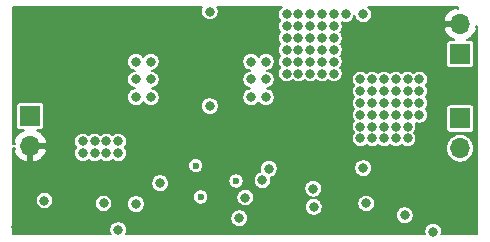
<source format=gbr>
G04 #@! TF.GenerationSoftware,KiCad,Pcbnew,(5.1.2)-2*
G04 #@! TF.CreationDate,2021-10-19T00:11:07+01:00*
G04 #@! TF.ProjectId,HVDCDC,48564443-4443-42e6-9b69-6361645f7063,rev?*
G04 #@! TF.SameCoordinates,Original*
G04 #@! TF.FileFunction,Copper,L2,Inr*
G04 #@! TF.FilePolarity,Positive*
%FSLAX46Y46*%
G04 Gerber Fmt 4.6, Leading zero omitted, Abs format (unit mm)*
G04 Created by KiCad (PCBNEW (5.1.2)-2) date 2021-10-19 00:11:07*
%MOMM*%
%LPD*%
G04 APERTURE LIST*
%ADD10O,1.700000X1.700000*%
%ADD11R,1.700000X1.700000*%
%ADD12C,0.800000*%
%ADD13C,0.600000*%
%ADD14C,0.200000*%
G04 APERTURE END LIST*
D10*
X150200000Y-72340000D03*
D11*
X150200000Y-69800000D03*
D10*
X113800000Y-72140000D03*
D11*
X113800000Y-69600000D03*
D10*
X150200000Y-61810000D03*
D11*
X150200000Y-64350000D03*
D12*
X145250000Y-62000000D03*
X146750000Y-62000000D03*
X144500000Y-62000000D03*
X143000000Y-62000000D03*
X122750000Y-68000000D03*
X122750000Y-66500000D03*
X122750000Y-65000000D03*
X124000000Y-68000000D03*
X124000000Y-66500000D03*
X124000000Y-65000000D03*
X133750000Y-68000000D03*
X132500000Y-68000000D03*
X132500000Y-66500000D03*
X133750000Y-66500000D03*
X133750000Y-65000000D03*
X132500000Y-65000000D03*
X137500000Y-64000000D03*
X136500000Y-64000000D03*
X136500000Y-63000000D03*
X137500000Y-63000000D03*
X138500000Y-63000000D03*
X138500000Y-64000000D03*
X138500000Y-65000000D03*
X137500000Y-65000000D03*
X136500000Y-65000000D03*
X139500000Y-65000000D03*
X139500000Y-64000000D03*
X139500000Y-63000000D03*
X139500000Y-62000000D03*
X138500000Y-62000000D03*
X137500000Y-62000000D03*
X136500000Y-62000000D03*
X139500000Y-61000000D03*
X138500000Y-61000000D03*
X137500000Y-61000000D03*
X136500000Y-61000000D03*
X144750000Y-70500000D03*
X143750000Y-70500000D03*
X142750000Y-70500000D03*
X141750000Y-70500000D03*
X141750000Y-69500000D03*
X142750000Y-69500000D03*
X143750000Y-69500000D03*
X144750000Y-69500000D03*
X145750000Y-69500000D03*
X145750000Y-68500000D03*
X144750000Y-68500000D03*
X143750000Y-68500000D03*
X142750000Y-68500000D03*
X141750000Y-68500000D03*
X141750000Y-67500000D03*
X142750000Y-67500000D03*
X143750000Y-67500000D03*
X144750000Y-67500000D03*
X118250000Y-72750000D03*
X119250000Y-72750000D03*
X120250000Y-72750000D03*
X121250000Y-72750000D03*
X121250000Y-71750000D03*
X120250000Y-71750000D03*
X119250000Y-71750000D03*
X118250000Y-71750000D03*
X117250000Y-78000000D03*
X113000000Y-64500000D03*
X114000000Y-64500000D03*
X115250000Y-64500000D03*
X115250000Y-63500000D03*
X114000000Y-63500000D03*
X113000000Y-63500000D03*
X142000000Y-61000000D03*
X142250000Y-77000000D03*
X125250000Y-77500000D03*
X121250000Y-70000000D03*
X140000000Y-77500000D03*
X148250000Y-74500000D03*
X148239168Y-77599084D03*
X116750000Y-71062510D03*
X112625000Y-79000000D03*
X145000000Y-74500000D03*
X126300000Y-73700004D03*
D13*
X131200000Y-75999999D03*
X127300243Y-74424696D03*
D12*
X131199985Y-72600000D03*
X142000000Y-74000000D03*
X115000000Y-76750000D03*
X121250000Y-79250000D03*
X147900000Y-79375000D03*
X131500000Y-78250016D03*
X145500000Y-78000000D03*
X120000000Y-77000000D03*
X122750000Y-77049968D03*
D13*
X127800000Y-73800000D03*
X131211107Y-75094587D03*
D12*
X141750000Y-66500000D03*
X142750000Y-66500000D03*
X143750000Y-66500000D03*
X144750000Y-66500000D03*
X145750000Y-66500000D03*
X146750000Y-66500000D03*
X146750000Y-67500000D03*
X145750000Y-67500000D03*
X146750000Y-68500000D03*
X146750000Y-69500000D03*
X145750000Y-70500000D03*
X141750000Y-71500000D03*
X142750000Y-71500000D03*
X143750000Y-71500000D03*
X144750000Y-71500000D03*
X145750000Y-71500000D03*
X133450000Y-75040000D03*
X134000000Y-74069998D03*
X132008326Y-76504231D03*
X124787500Y-75287500D03*
D13*
X128225000Y-76460692D03*
D12*
X137750000Y-75750000D03*
X137792659Y-77292663D03*
X135500000Y-61000000D03*
X140500000Y-61000000D03*
X135500000Y-62000000D03*
X139500000Y-66000000D03*
X138500000Y-66000000D03*
X137500000Y-66000000D03*
X136500000Y-66000000D03*
X135500000Y-66000000D03*
X135500000Y-63000000D03*
X135500000Y-64000000D03*
X135500000Y-65000000D03*
X129000000Y-60750000D03*
X129000000Y-68750000D03*
D14*
G36*
X128335359Y-60394742D02*
G01*
X128278822Y-60531233D01*
X128250000Y-60676131D01*
X128250000Y-60823869D01*
X128278822Y-60968767D01*
X128335359Y-61105258D01*
X128417437Y-61228097D01*
X128521903Y-61332563D01*
X128644742Y-61414641D01*
X128781233Y-61471178D01*
X128926131Y-61500000D01*
X129073869Y-61500000D01*
X129218767Y-61471178D01*
X129355258Y-61414641D01*
X129478097Y-61332563D01*
X129582563Y-61228097D01*
X129664641Y-61105258D01*
X129721178Y-60968767D01*
X129750000Y-60823869D01*
X129750000Y-60676131D01*
X129721178Y-60531233D01*
X129664641Y-60394742D01*
X129651450Y-60375000D01*
X135085415Y-60375000D01*
X135021903Y-60417437D01*
X134917437Y-60521903D01*
X134835359Y-60644742D01*
X134778822Y-60781233D01*
X134750000Y-60926131D01*
X134750000Y-61073869D01*
X134778822Y-61218767D01*
X134835359Y-61355258D01*
X134917437Y-61478097D01*
X134939340Y-61500000D01*
X134917437Y-61521903D01*
X134835359Y-61644742D01*
X134778822Y-61781233D01*
X134750000Y-61926131D01*
X134750000Y-62073869D01*
X134778822Y-62218767D01*
X134835359Y-62355258D01*
X134917437Y-62478097D01*
X134939340Y-62500000D01*
X134917437Y-62521903D01*
X134835359Y-62644742D01*
X134778822Y-62781233D01*
X134750000Y-62926131D01*
X134750000Y-63073869D01*
X134778822Y-63218767D01*
X134835359Y-63355258D01*
X134917437Y-63478097D01*
X134939340Y-63500000D01*
X134917437Y-63521903D01*
X134835359Y-63644742D01*
X134778822Y-63781233D01*
X134750000Y-63926131D01*
X134750000Y-64073869D01*
X134778822Y-64218767D01*
X134835359Y-64355258D01*
X134917437Y-64478097D01*
X134939340Y-64500000D01*
X134917437Y-64521903D01*
X134835359Y-64644742D01*
X134778822Y-64781233D01*
X134750000Y-64926131D01*
X134750000Y-65073869D01*
X134778822Y-65218767D01*
X134835359Y-65355258D01*
X134917437Y-65478097D01*
X134939340Y-65500000D01*
X134917437Y-65521903D01*
X134835359Y-65644742D01*
X134778822Y-65781233D01*
X134750000Y-65926131D01*
X134750000Y-66073869D01*
X134778822Y-66218767D01*
X134835359Y-66355258D01*
X134917437Y-66478097D01*
X135021903Y-66582563D01*
X135144742Y-66664641D01*
X135281233Y-66721178D01*
X135426131Y-66750000D01*
X135573869Y-66750000D01*
X135718767Y-66721178D01*
X135855258Y-66664641D01*
X135978097Y-66582563D01*
X136000000Y-66560660D01*
X136021903Y-66582563D01*
X136144742Y-66664641D01*
X136281233Y-66721178D01*
X136426131Y-66750000D01*
X136573869Y-66750000D01*
X136718767Y-66721178D01*
X136855258Y-66664641D01*
X136978097Y-66582563D01*
X137000000Y-66560660D01*
X137021903Y-66582563D01*
X137144742Y-66664641D01*
X137281233Y-66721178D01*
X137426131Y-66750000D01*
X137573869Y-66750000D01*
X137718767Y-66721178D01*
X137855258Y-66664641D01*
X137978097Y-66582563D01*
X138000000Y-66560660D01*
X138021903Y-66582563D01*
X138144742Y-66664641D01*
X138281233Y-66721178D01*
X138426131Y-66750000D01*
X138573869Y-66750000D01*
X138718767Y-66721178D01*
X138855258Y-66664641D01*
X138978097Y-66582563D01*
X139000000Y-66560660D01*
X139021903Y-66582563D01*
X139144742Y-66664641D01*
X139281233Y-66721178D01*
X139426131Y-66750000D01*
X139573869Y-66750000D01*
X139718767Y-66721178D01*
X139855258Y-66664641D01*
X139978097Y-66582563D01*
X140082563Y-66478097D01*
X140117285Y-66426131D01*
X141000000Y-66426131D01*
X141000000Y-66573869D01*
X141028822Y-66718767D01*
X141085359Y-66855258D01*
X141167437Y-66978097D01*
X141189340Y-67000000D01*
X141167437Y-67021903D01*
X141085359Y-67144742D01*
X141028822Y-67281233D01*
X141000000Y-67426131D01*
X141000000Y-67573869D01*
X141028822Y-67718767D01*
X141085359Y-67855258D01*
X141167437Y-67978097D01*
X141189340Y-68000000D01*
X141167437Y-68021903D01*
X141085359Y-68144742D01*
X141028822Y-68281233D01*
X141000000Y-68426131D01*
X141000000Y-68573869D01*
X141028822Y-68718767D01*
X141085359Y-68855258D01*
X141167437Y-68978097D01*
X141189340Y-69000000D01*
X141167437Y-69021903D01*
X141085359Y-69144742D01*
X141028822Y-69281233D01*
X141000000Y-69426131D01*
X141000000Y-69573869D01*
X141028822Y-69718767D01*
X141085359Y-69855258D01*
X141167437Y-69978097D01*
X141189340Y-70000000D01*
X141167437Y-70021903D01*
X141085359Y-70144742D01*
X141028822Y-70281233D01*
X141000000Y-70426131D01*
X141000000Y-70573869D01*
X141028822Y-70718767D01*
X141085359Y-70855258D01*
X141167437Y-70978097D01*
X141189340Y-71000000D01*
X141167437Y-71021903D01*
X141085359Y-71144742D01*
X141028822Y-71281233D01*
X141000000Y-71426131D01*
X141000000Y-71573869D01*
X141028822Y-71718767D01*
X141085359Y-71855258D01*
X141167437Y-71978097D01*
X141271903Y-72082563D01*
X141394742Y-72164641D01*
X141531233Y-72221178D01*
X141676131Y-72250000D01*
X141823869Y-72250000D01*
X141968767Y-72221178D01*
X142105258Y-72164641D01*
X142228097Y-72082563D01*
X142250000Y-72060660D01*
X142271903Y-72082563D01*
X142394742Y-72164641D01*
X142531233Y-72221178D01*
X142676131Y-72250000D01*
X142823869Y-72250000D01*
X142968767Y-72221178D01*
X143105258Y-72164641D01*
X143228097Y-72082563D01*
X143250000Y-72060660D01*
X143271903Y-72082563D01*
X143394742Y-72164641D01*
X143531233Y-72221178D01*
X143676131Y-72250000D01*
X143823869Y-72250000D01*
X143968767Y-72221178D01*
X144105258Y-72164641D01*
X144228097Y-72082563D01*
X144250000Y-72060660D01*
X144271903Y-72082563D01*
X144394742Y-72164641D01*
X144531233Y-72221178D01*
X144676131Y-72250000D01*
X144823869Y-72250000D01*
X144968767Y-72221178D01*
X145105258Y-72164641D01*
X145228097Y-72082563D01*
X145250000Y-72060660D01*
X145271903Y-72082563D01*
X145394742Y-72164641D01*
X145531233Y-72221178D01*
X145676131Y-72250000D01*
X145823869Y-72250000D01*
X145968767Y-72221178D01*
X146105258Y-72164641D01*
X146228097Y-72082563D01*
X146332563Y-71978097D01*
X146414641Y-71855258D01*
X146471178Y-71718767D01*
X146500000Y-71573869D01*
X146500000Y-71426131D01*
X146471178Y-71281233D01*
X146414641Y-71144742D01*
X146332563Y-71021903D01*
X146310660Y-71000000D01*
X146332563Y-70978097D01*
X146414641Y-70855258D01*
X146471178Y-70718767D01*
X146500000Y-70573869D01*
X146500000Y-70426131D01*
X146471178Y-70281233D01*
X146428712Y-70178712D01*
X146531233Y-70221178D01*
X146676131Y-70250000D01*
X146823869Y-70250000D01*
X146968767Y-70221178D01*
X147105258Y-70164641D01*
X147228097Y-70082563D01*
X147332563Y-69978097D01*
X147414641Y-69855258D01*
X147471178Y-69718767D01*
X147500000Y-69573869D01*
X147500000Y-69426131D01*
X147471178Y-69281233D01*
X147414641Y-69144742D01*
X147332563Y-69021903D01*
X147310660Y-69000000D01*
X147332563Y-68978097D01*
X147351336Y-68950000D01*
X148998307Y-68950000D01*
X148998307Y-70650000D01*
X149005065Y-70718612D01*
X149025078Y-70784587D01*
X149057578Y-70845390D01*
X149101315Y-70898685D01*
X149154610Y-70942422D01*
X149215413Y-70974922D01*
X149281388Y-70994935D01*
X149350000Y-71001693D01*
X151050000Y-71001693D01*
X151118612Y-70994935D01*
X151184587Y-70974922D01*
X151245390Y-70942422D01*
X151298685Y-70898685D01*
X151342422Y-70845390D01*
X151374922Y-70784587D01*
X151394935Y-70718612D01*
X151401693Y-70650000D01*
X151401693Y-68950000D01*
X151394935Y-68881388D01*
X151374922Y-68815413D01*
X151342422Y-68754610D01*
X151298685Y-68701315D01*
X151245390Y-68657578D01*
X151184587Y-68625078D01*
X151118612Y-68605065D01*
X151050000Y-68598307D01*
X149350000Y-68598307D01*
X149281388Y-68605065D01*
X149215413Y-68625078D01*
X149154610Y-68657578D01*
X149101315Y-68701315D01*
X149057578Y-68754610D01*
X149025078Y-68815413D01*
X149005065Y-68881388D01*
X148998307Y-68950000D01*
X147351336Y-68950000D01*
X147414641Y-68855258D01*
X147471178Y-68718767D01*
X147500000Y-68573869D01*
X147500000Y-68426131D01*
X147471178Y-68281233D01*
X147414641Y-68144742D01*
X147332563Y-68021903D01*
X147310660Y-68000000D01*
X147332563Y-67978097D01*
X147414641Y-67855258D01*
X147471178Y-67718767D01*
X147500000Y-67573869D01*
X147500000Y-67426131D01*
X147471178Y-67281233D01*
X147414641Y-67144742D01*
X147332563Y-67021903D01*
X147310660Y-67000000D01*
X147332563Y-66978097D01*
X147414641Y-66855258D01*
X147471178Y-66718767D01*
X147500000Y-66573869D01*
X147500000Y-66426131D01*
X147471178Y-66281233D01*
X147414641Y-66144742D01*
X147332563Y-66021903D01*
X147228097Y-65917437D01*
X147105258Y-65835359D01*
X146968767Y-65778822D01*
X146823869Y-65750000D01*
X146676131Y-65750000D01*
X146531233Y-65778822D01*
X146394742Y-65835359D01*
X146271903Y-65917437D01*
X146250000Y-65939340D01*
X146228097Y-65917437D01*
X146105258Y-65835359D01*
X145968767Y-65778822D01*
X145823869Y-65750000D01*
X145676131Y-65750000D01*
X145531233Y-65778822D01*
X145394742Y-65835359D01*
X145271903Y-65917437D01*
X145250000Y-65939340D01*
X145228097Y-65917437D01*
X145105258Y-65835359D01*
X144968767Y-65778822D01*
X144823869Y-65750000D01*
X144676131Y-65750000D01*
X144531233Y-65778822D01*
X144394742Y-65835359D01*
X144271903Y-65917437D01*
X144250000Y-65939340D01*
X144228097Y-65917437D01*
X144105258Y-65835359D01*
X143968767Y-65778822D01*
X143823869Y-65750000D01*
X143676131Y-65750000D01*
X143531233Y-65778822D01*
X143394742Y-65835359D01*
X143271903Y-65917437D01*
X143250000Y-65939340D01*
X143228097Y-65917437D01*
X143105258Y-65835359D01*
X142968767Y-65778822D01*
X142823869Y-65750000D01*
X142676131Y-65750000D01*
X142531233Y-65778822D01*
X142394742Y-65835359D01*
X142271903Y-65917437D01*
X142250000Y-65939340D01*
X142228097Y-65917437D01*
X142105258Y-65835359D01*
X141968767Y-65778822D01*
X141823869Y-65750000D01*
X141676131Y-65750000D01*
X141531233Y-65778822D01*
X141394742Y-65835359D01*
X141271903Y-65917437D01*
X141167437Y-66021903D01*
X141085359Y-66144742D01*
X141028822Y-66281233D01*
X141000000Y-66426131D01*
X140117285Y-66426131D01*
X140164641Y-66355258D01*
X140221178Y-66218767D01*
X140250000Y-66073869D01*
X140250000Y-65926131D01*
X140221178Y-65781233D01*
X140164641Y-65644742D01*
X140082563Y-65521903D01*
X140060660Y-65500000D01*
X140082563Y-65478097D01*
X140164641Y-65355258D01*
X140221178Y-65218767D01*
X140250000Y-65073869D01*
X140250000Y-64926131D01*
X140221178Y-64781233D01*
X140164641Y-64644742D01*
X140082563Y-64521903D01*
X140060660Y-64500000D01*
X140082563Y-64478097D01*
X140164641Y-64355258D01*
X140221178Y-64218767D01*
X140250000Y-64073869D01*
X140250000Y-63926131D01*
X140221178Y-63781233D01*
X140164641Y-63644742D01*
X140082563Y-63521903D01*
X140060660Y-63500000D01*
X140082563Y-63478097D01*
X140164641Y-63355258D01*
X140221178Y-63218767D01*
X140250000Y-63073869D01*
X140250000Y-62926131D01*
X140221178Y-62781233D01*
X140164641Y-62644742D01*
X140082563Y-62521903D01*
X140060660Y-62500000D01*
X140082563Y-62478097D01*
X140164641Y-62355258D01*
X140221178Y-62218767D01*
X140250000Y-62073869D01*
X140250000Y-61926131D01*
X140221178Y-61781233D01*
X140178712Y-61678712D01*
X140281233Y-61721178D01*
X140426131Y-61750000D01*
X140573869Y-61750000D01*
X140718767Y-61721178D01*
X140855258Y-61664641D01*
X140978097Y-61582563D01*
X141082563Y-61478097D01*
X141164641Y-61355258D01*
X141221178Y-61218767D01*
X141250000Y-61073869D01*
X141278822Y-61218767D01*
X141335359Y-61355258D01*
X141417437Y-61478097D01*
X141521903Y-61582563D01*
X141644742Y-61664641D01*
X141781233Y-61721178D01*
X141926131Y-61750000D01*
X142073869Y-61750000D01*
X142218767Y-61721178D01*
X142355258Y-61664641D01*
X142478097Y-61582563D01*
X142582563Y-61478097D01*
X142664641Y-61355258D01*
X142721178Y-61218767D01*
X142750000Y-61073869D01*
X142750000Y-60926131D01*
X142721178Y-60781233D01*
X142664641Y-60644742D01*
X142582563Y-60521903D01*
X142478097Y-60417437D01*
X142414585Y-60375000D01*
X150045998Y-60375000D01*
X150045998Y-60512149D01*
X149821089Y-60402091D01*
X149553700Y-60503065D01*
X149311148Y-60654264D01*
X149102754Y-60849878D01*
X148936527Y-61082389D01*
X148818854Y-61342861D01*
X148792097Y-61431090D01*
X148903111Y-61656000D01*
X150046000Y-61656000D01*
X150046000Y-61636000D01*
X150354000Y-61636000D01*
X150354000Y-61656000D01*
X150374000Y-61656000D01*
X150374000Y-61964000D01*
X150354000Y-61964000D01*
X150354000Y-61984000D01*
X150046000Y-61984000D01*
X150046000Y-61964000D01*
X148903111Y-61964000D01*
X148792097Y-62188910D01*
X148818854Y-62277139D01*
X148936527Y-62537611D01*
X149102754Y-62770122D01*
X149311148Y-62965736D01*
X149553700Y-63116935D01*
X149636776Y-63148307D01*
X149350000Y-63148307D01*
X149281388Y-63155065D01*
X149215413Y-63175078D01*
X149154610Y-63207578D01*
X149101315Y-63251315D01*
X149057578Y-63304610D01*
X149025078Y-63365413D01*
X149005065Y-63431388D01*
X148998307Y-63500000D01*
X148998307Y-65200000D01*
X149005065Y-65268612D01*
X149025078Y-65334587D01*
X149057578Y-65395390D01*
X149101315Y-65448685D01*
X149154610Y-65492422D01*
X149215413Y-65524922D01*
X149281388Y-65544935D01*
X149350000Y-65551693D01*
X151050000Y-65551693D01*
X151118612Y-65544935D01*
X151184587Y-65524922D01*
X151245390Y-65492422D01*
X151298685Y-65448685D01*
X151342422Y-65395390D01*
X151374922Y-65334587D01*
X151394935Y-65268612D01*
X151401693Y-65200000D01*
X151401693Y-63500000D01*
X151394935Y-63431388D01*
X151374922Y-63365413D01*
X151342422Y-63304610D01*
X151298685Y-63251315D01*
X151245390Y-63207578D01*
X151184587Y-63175078D01*
X151118612Y-63155065D01*
X151050000Y-63148307D01*
X150763224Y-63148307D01*
X150846300Y-63116935D01*
X151088852Y-62965736D01*
X151297246Y-62770122D01*
X151463473Y-62537611D01*
X151581146Y-62277139D01*
X151607903Y-62188910D01*
X151496890Y-61964002D01*
X151625000Y-61964002D01*
X151625001Y-79625000D01*
X148608241Y-79625000D01*
X148621178Y-79593767D01*
X148650000Y-79448869D01*
X148650000Y-79301131D01*
X148621178Y-79156233D01*
X148564641Y-79019742D01*
X148482563Y-78896903D01*
X148378097Y-78792437D01*
X148255258Y-78710359D01*
X148118767Y-78653822D01*
X147973869Y-78625000D01*
X147826131Y-78625000D01*
X147681233Y-78653822D01*
X147544742Y-78710359D01*
X147421903Y-78792437D01*
X147317437Y-78896903D01*
X147235359Y-79019742D01*
X147178822Y-79156233D01*
X147150000Y-79301131D01*
X147150000Y-79448869D01*
X147178822Y-79593767D01*
X147191759Y-79625000D01*
X121901450Y-79625000D01*
X121914641Y-79605258D01*
X121971178Y-79468767D01*
X122000000Y-79323869D01*
X122000000Y-79176131D01*
X121971178Y-79031233D01*
X121914641Y-78894742D01*
X121832563Y-78771903D01*
X121728097Y-78667437D01*
X121605258Y-78585359D01*
X121468767Y-78528822D01*
X121323869Y-78500000D01*
X121176131Y-78500000D01*
X121031233Y-78528822D01*
X120894742Y-78585359D01*
X120771903Y-78667437D01*
X120667437Y-78771903D01*
X120585359Y-78894742D01*
X120528822Y-79031233D01*
X120500000Y-79176131D01*
X120500000Y-79323869D01*
X120528822Y-79468767D01*
X120585359Y-79605258D01*
X120598550Y-79625000D01*
X112375000Y-79625000D01*
X112375000Y-78176147D01*
X130750000Y-78176147D01*
X130750000Y-78323885D01*
X130778822Y-78468783D01*
X130835359Y-78605274D01*
X130917437Y-78728113D01*
X131021903Y-78832579D01*
X131144742Y-78914657D01*
X131281233Y-78971194D01*
X131426131Y-79000016D01*
X131573869Y-79000016D01*
X131718767Y-78971194D01*
X131855258Y-78914657D01*
X131978097Y-78832579D01*
X132082563Y-78728113D01*
X132164641Y-78605274D01*
X132221178Y-78468783D01*
X132250000Y-78323885D01*
X132250000Y-78176147D01*
X132221178Y-78031249D01*
X132164641Y-77894758D01*
X132082563Y-77771919D01*
X131978097Y-77667453D01*
X131855258Y-77585375D01*
X131718767Y-77528838D01*
X131573869Y-77500016D01*
X131426131Y-77500016D01*
X131281233Y-77528838D01*
X131144742Y-77585375D01*
X131021903Y-77667453D01*
X130917437Y-77771919D01*
X130835359Y-77894758D01*
X130778822Y-78031249D01*
X130750000Y-78176147D01*
X112375000Y-78176147D01*
X112375000Y-76676131D01*
X114250000Y-76676131D01*
X114250000Y-76823869D01*
X114278822Y-76968767D01*
X114335359Y-77105258D01*
X114417437Y-77228097D01*
X114521903Y-77332563D01*
X114644742Y-77414641D01*
X114781233Y-77471178D01*
X114926131Y-77500000D01*
X115073869Y-77500000D01*
X115218767Y-77471178D01*
X115355258Y-77414641D01*
X115478097Y-77332563D01*
X115582563Y-77228097D01*
X115664641Y-77105258D01*
X115721178Y-76968767D01*
X115729658Y-76926131D01*
X119250000Y-76926131D01*
X119250000Y-77073869D01*
X119278822Y-77218767D01*
X119335359Y-77355258D01*
X119417437Y-77478097D01*
X119521903Y-77582563D01*
X119644742Y-77664641D01*
X119781233Y-77721178D01*
X119926131Y-77750000D01*
X120073869Y-77750000D01*
X120218767Y-77721178D01*
X120355258Y-77664641D01*
X120478097Y-77582563D01*
X120582563Y-77478097D01*
X120664641Y-77355258D01*
X120721178Y-77218767D01*
X120750000Y-77073869D01*
X120750000Y-76976099D01*
X122000000Y-76976099D01*
X122000000Y-77123837D01*
X122028822Y-77268735D01*
X122085359Y-77405226D01*
X122167437Y-77528065D01*
X122271903Y-77632531D01*
X122394742Y-77714609D01*
X122531233Y-77771146D01*
X122676131Y-77799968D01*
X122823869Y-77799968D01*
X122968767Y-77771146D01*
X123105258Y-77714609D01*
X123228097Y-77632531D01*
X123332563Y-77528065D01*
X123414641Y-77405226D01*
X123471178Y-77268735D01*
X123500000Y-77123837D01*
X123500000Y-76976099D01*
X123471178Y-76831201D01*
X123414641Y-76694710D01*
X123332563Y-76571871D01*
X123228097Y-76467405D01*
X123122239Y-76396673D01*
X127575000Y-76396673D01*
X127575000Y-76524711D01*
X127599979Y-76650290D01*
X127648978Y-76768582D01*
X127720112Y-76875043D01*
X127810649Y-76965580D01*
X127917110Y-77036714D01*
X128035402Y-77085713D01*
X128160981Y-77110692D01*
X128289019Y-77110692D01*
X128414598Y-77085713D01*
X128532890Y-77036714D01*
X128639351Y-76965580D01*
X128729888Y-76875043D01*
X128801022Y-76768582D01*
X128850021Y-76650290D01*
X128875000Y-76524711D01*
X128875000Y-76430362D01*
X131258326Y-76430362D01*
X131258326Y-76578100D01*
X131287148Y-76722998D01*
X131343685Y-76859489D01*
X131425763Y-76982328D01*
X131530229Y-77086794D01*
X131653068Y-77168872D01*
X131789559Y-77225409D01*
X131934457Y-77254231D01*
X132082195Y-77254231D01*
X132227093Y-77225409D01*
X132243062Y-77218794D01*
X137042659Y-77218794D01*
X137042659Y-77366532D01*
X137071481Y-77511430D01*
X137128018Y-77647921D01*
X137210096Y-77770760D01*
X137314562Y-77875226D01*
X137437401Y-77957304D01*
X137573892Y-78013841D01*
X137718790Y-78042663D01*
X137866528Y-78042663D01*
X138011426Y-78013841D01*
X138147917Y-77957304D01*
X138194570Y-77926131D01*
X144750000Y-77926131D01*
X144750000Y-78073869D01*
X144778822Y-78218767D01*
X144835359Y-78355258D01*
X144917437Y-78478097D01*
X145021903Y-78582563D01*
X145144742Y-78664641D01*
X145281233Y-78721178D01*
X145426131Y-78750000D01*
X145573869Y-78750000D01*
X145718767Y-78721178D01*
X145855258Y-78664641D01*
X145978097Y-78582563D01*
X146082563Y-78478097D01*
X146164641Y-78355258D01*
X146221178Y-78218767D01*
X146250000Y-78073869D01*
X146250000Y-77926131D01*
X146221178Y-77781233D01*
X146164641Y-77644742D01*
X146082563Y-77521903D01*
X145978097Y-77417437D01*
X145855258Y-77335359D01*
X145718767Y-77278822D01*
X145573869Y-77250000D01*
X145426131Y-77250000D01*
X145281233Y-77278822D01*
X145144742Y-77335359D01*
X145021903Y-77417437D01*
X144917437Y-77521903D01*
X144835359Y-77644742D01*
X144778822Y-77781233D01*
X144750000Y-77926131D01*
X138194570Y-77926131D01*
X138270756Y-77875226D01*
X138375222Y-77770760D01*
X138457300Y-77647921D01*
X138513837Y-77511430D01*
X138542659Y-77366532D01*
X138542659Y-77218794D01*
X138513837Y-77073896D01*
X138457300Y-76937405D01*
X138449767Y-76926131D01*
X141500000Y-76926131D01*
X141500000Y-77073869D01*
X141528822Y-77218767D01*
X141585359Y-77355258D01*
X141667437Y-77478097D01*
X141771903Y-77582563D01*
X141894742Y-77664641D01*
X142031233Y-77721178D01*
X142176131Y-77750000D01*
X142323869Y-77750000D01*
X142468767Y-77721178D01*
X142605258Y-77664641D01*
X142728097Y-77582563D01*
X142832563Y-77478097D01*
X142914641Y-77355258D01*
X142971178Y-77218767D01*
X143000000Y-77073869D01*
X143000000Y-76926131D01*
X142971178Y-76781233D01*
X142914641Y-76644742D01*
X142832563Y-76521903D01*
X142728097Y-76417437D01*
X142605258Y-76335359D01*
X142468767Y-76278822D01*
X142323869Y-76250000D01*
X142176131Y-76250000D01*
X142031233Y-76278822D01*
X141894742Y-76335359D01*
X141771903Y-76417437D01*
X141667437Y-76521903D01*
X141585359Y-76644742D01*
X141528822Y-76781233D01*
X141500000Y-76926131D01*
X138449767Y-76926131D01*
X138375222Y-76814566D01*
X138270756Y-76710100D01*
X138147917Y-76628022D01*
X138011426Y-76571485D01*
X137866528Y-76542663D01*
X137718790Y-76542663D01*
X137573892Y-76571485D01*
X137437401Y-76628022D01*
X137314562Y-76710100D01*
X137210096Y-76814566D01*
X137128018Y-76937405D01*
X137071481Y-77073896D01*
X137042659Y-77218794D01*
X132243062Y-77218794D01*
X132363584Y-77168872D01*
X132486423Y-77086794D01*
X132590889Y-76982328D01*
X132672967Y-76859489D01*
X132729504Y-76722998D01*
X132758326Y-76578100D01*
X132758326Y-76430362D01*
X132729504Y-76285464D01*
X132672967Y-76148973D01*
X132590889Y-76026134D01*
X132486423Y-75921668D01*
X132363584Y-75839590D01*
X132227093Y-75783053D01*
X132082195Y-75754231D01*
X131934457Y-75754231D01*
X131789559Y-75783053D01*
X131653068Y-75839590D01*
X131530229Y-75921668D01*
X131425763Y-76026134D01*
X131343685Y-76148973D01*
X131287148Y-76285464D01*
X131258326Y-76430362D01*
X128875000Y-76430362D01*
X128875000Y-76396673D01*
X128850021Y-76271094D01*
X128801022Y-76152802D01*
X128729888Y-76046341D01*
X128639351Y-75955804D01*
X128532890Y-75884670D01*
X128414598Y-75835671D01*
X128289019Y-75810692D01*
X128160981Y-75810692D01*
X128035402Y-75835671D01*
X127917110Y-75884670D01*
X127810649Y-75955804D01*
X127720112Y-76046341D01*
X127648978Y-76152802D01*
X127599979Y-76271094D01*
X127575000Y-76396673D01*
X123122239Y-76396673D01*
X123105258Y-76385327D01*
X122968767Y-76328790D01*
X122823869Y-76299968D01*
X122676131Y-76299968D01*
X122531233Y-76328790D01*
X122394742Y-76385327D01*
X122271903Y-76467405D01*
X122167437Y-76571871D01*
X122085359Y-76694710D01*
X122028822Y-76831201D01*
X122000000Y-76976099D01*
X120750000Y-76976099D01*
X120750000Y-76926131D01*
X120721178Y-76781233D01*
X120664641Y-76644742D01*
X120582563Y-76521903D01*
X120478097Y-76417437D01*
X120355258Y-76335359D01*
X120218767Y-76278822D01*
X120073869Y-76250000D01*
X119926131Y-76250000D01*
X119781233Y-76278822D01*
X119644742Y-76335359D01*
X119521903Y-76417437D01*
X119417437Y-76521903D01*
X119335359Y-76644742D01*
X119278822Y-76781233D01*
X119250000Y-76926131D01*
X115729658Y-76926131D01*
X115750000Y-76823869D01*
X115750000Y-76676131D01*
X115721178Y-76531233D01*
X115664641Y-76394742D01*
X115582563Y-76271903D01*
X115478097Y-76167437D01*
X115355258Y-76085359D01*
X115218767Y-76028822D01*
X115073869Y-76000000D01*
X114926131Y-76000000D01*
X114781233Y-76028822D01*
X114644742Y-76085359D01*
X114521903Y-76167437D01*
X114417437Y-76271903D01*
X114335359Y-76394742D01*
X114278822Y-76531233D01*
X114250000Y-76676131D01*
X112375000Y-76676131D01*
X112375000Y-75213631D01*
X124037500Y-75213631D01*
X124037500Y-75361369D01*
X124066322Y-75506267D01*
X124122859Y-75642758D01*
X124204937Y-75765597D01*
X124309403Y-75870063D01*
X124432242Y-75952141D01*
X124568733Y-76008678D01*
X124713631Y-76037500D01*
X124861369Y-76037500D01*
X125006267Y-76008678D01*
X125142758Y-75952141D01*
X125265597Y-75870063D01*
X125370063Y-75765597D01*
X125452141Y-75642758D01*
X125508678Y-75506267D01*
X125537500Y-75361369D01*
X125537500Y-75213631D01*
X125508678Y-75068733D01*
X125492870Y-75030568D01*
X130561107Y-75030568D01*
X130561107Y-75158606D01*
X130586086Y-75284185D01*
X130635085Y-75402477D01*
X130706219Y-75508938D01*
X130796756Y-75599475D01*
X130903217Y-75670609D01*
X131021509Y-75719608D01*
X131147088Y-75744587D01*
X131275126Y-75744587D01*
X131400705Y-75719608D01*
X131518997Y-75670609D01*
X131625458Y-75599475D01*
X131715995Y-75508938D01*
X131787129Y-75402477D01*
X131836128Y-75284185D01*
X131861107Y-75158606D01*
X131861107Y-75030568D01*
X131848290Y-74966131D01*
X132700000Y-74966131D01*
X132700000Y-75113869D01*
X132728822Y-75258767D01*
X132785359Y-75395258D01*
X132867437Y-75518097D01*
X132971903Y-75622563D01*
X133094742Y-75704641D01*
X133231233Y-75761178D01*
X133376131Y-75790000D01*
X133523869Y-75790000D01*
X133668767Y-75761178D01*
X133805258Y-75704641D01*
X133847926Y-75676131D01*
X137000000Y-75676131D01*
X137000000Y-75823869D01*
X137028822Y-75968767D01*
X137085359Y-76105258D01*
X137167437Y-76228097D01*
X137271903Y-76332563D01*
X137394742Y-76414641D01*
X137531233Y-76471178D01*
X137676131Y-76500000D01*
X137823869Y-76500000D01*
X137968767Y-76471178D01*
X138105258Y-76414641D01*
X138228097Y-76332563D01*
X138332563Y-76228097D01*
X138414641Y-76105258D01*
X138471178Y-75968767D01*
X138500000Y-75823869D01*
X138500000Y-75676131D01*
X138471178Y-75531233D01*
X138414641Y-75394742D01*
X138332563Y-75271903D01*
X138228097Y-75167437D01*
X138105258Y-75085359D01*
X137968767Y-75028822D01*
X137823869Y-75000000D01*
X137676131Y-75000000D01*
X137531233Y-75028822D01*
X137394742Y-75085359D01*
X137271903Y-75167437D01*
X137167437Y-75271903D01*
X137085359Y-75394742D01*
X137028822Y-75531233D01*
X137000000Y-75676131D01*
X133847926Y-75676131D01*
X133928097Y-75622563D01*
X134032563Y-75518097D01*
X134114641Y-75395258D01*
X134171178Y-75258767D01*
X134200000Y-75113869D01*
X134200000Y-74966131D01*
X134171178Y-74821233D01*
X134163298Y-74802209D01*
X134218767Y-74791176D01*
X134355258Y-74734639D01*
X134478097Y-74652561D01*
X134582563Y-74548095D01*
X134664641Y-74425256D01*
X134721178Y-74288765D01*
X134750000Y-74143867D01*
X134750000Y-73996129D01*
X134736077Y-73926131D01*
X141250000Y-73926131D01*
X141250000Y-74073869D01*
X141278822Y-74218767D01*
X141335359Y-74355258D01*
X141417437Y-74478097D01*
X141521903Y-74582563D01*
X141644742Y-74664641D01*
X141781233Y-74721178D01*
X141926131Y-74750000D01*
X142073869Y-74750000D01*
X142218767Y-74721178D01*
X142355258Y-74664641D01*
X142478097Y-74582563D01*
X142582563Y-74478097D01*
X142664641Y-74355258D01*
X142721178Y-74218767D01*
X142750000Y-74073869D01*
X142750000Y-73926131D01*
X142721178Y-73781233D01*
X142664641Y-73644742D01*
X142582563Y-73521903D01*
X142478097Y-73417437D01*
X142355258Y-73335359D01*
X142218767Y-73278822D01*
X142073869Y-73250000D01*
X141926131Y-73250000D01*
X141781233Y-73278822D01*
X141644742Y-73335359D01*
X141521903Y-73417437D01*
X141417437Y-73521903D01*
X141335359Y-73644742D01*
X141278822Y-73781233D01*
X141250000Y-73926131D01*
X134736077Y-73926131D01*
X134721178Y-73851231D01*
X134664641Y-73714740D01*
X134582563Y-73591901D01*
X134478097Y-73487435D01*
X134355258Y-73405357D01*
X134218767Y-73348820D01*
X134073869Y-73319998D01*
X133926131Y-73319998D01*
X133781233Y-73348820D01*
X133644742Y-73405357D01*
X133521903Y-73487435D01*
X133417437Y-73591901D01*
X133335359Y-73714740D01*
X133278822Y-73851231D01*
X133250000Y-73996129D01*
X133250000Y-74143867D01*
X133278822Y-74288765D01*
X133286702Y-74307789D01*
X133231233Y-74318822D01*
X133094742Y-74375359D01*
X132971903Y-74457437D01*
X132867437Y-74561903D01*
X132785359Y-74684742D01*
X132728822Y-74821233D01*
X132700000Y-74966131D01*
X131848290Y-74966131D01*
X131836128Y-74904989D01*
X131787129Y-74786697D01*
X131715995Y-74680236D01*
X131625458Y-74589699D01*
X131518997Y-74518565D01*
X131400705Y-74469566D01*
X131275126Y-74444587D01*
X131147088Y-74444587D01*
X131021509Y-74469566D01*
X130903217Y-74518565D01*
X130796756Y-74589699D01*
X130706219Y-74680236D01*
X130635085Y-74786697D01*
X130586086Y-74904989D01*
X130561107Y-75030568D01*
X125492870Y-75030568D01*
X125452141Y-74932242D01*
X125370063Y-74809403D01*
X125265597Y-74704937D01*
X125142758Y-74622859D01*
X125006267Y-74566322D01*
X124861369Y-74537500D01*
X124713631Y-74537500D01*
X124568733Y-74566322D01*
X124432242Y-74622859D01*
X124309403Y-74704937D01*
X124204937Y-74809403D01*
X124122859Y-74932242D01*
X124066322Y-75068733D01*
X124037500Y-75213631D01*
X112375000Y-75213631D01*
X112375000Y-73735981D01*
X127150000Y-73735981D01*
X127150000Y-73864019D01*
X127174979Y-73989598D01*
X127223978Y-74107890D01*
X127295112Y-74214351D01*
X127385649Y-74304888D01*
X127492110Y-74376022D01*
X127610402Y-74425021D01*
X127735981Y-74450000D01*
X127864019Y-74450000D01*
X127989598Y-74425021D01*
X128107890Y-74376022D01*
X128214351Y-74304888D01*
X128304888Y-74214351D01*
X128376022Y-74107890D01*
X128425021Y-73989598D01*
X128450000Y-73864019D01*
X128450000Y-73735981D01*
X128425021Y-73610402D01*
X128376022Y-73492110D01*
X128304888Y-73385649D01*
X128214351Y-73295112D01*
X128107890Y-73223978D01*
X127989598Y-73174979D01*
X127864019Y-73150000D01*
X127735981Y-73150000D01*
X127610402Y-73174979D01*
X127492110Y-73223978D01*
X127385649Y-73295112D01*
X127295112Y-73385649D01*
X127223978Y-73492110D01*
X127174979Y-73610402D01*
X127150000Y-73735981D01*
X112375000Y-73735981D01*
X112375000Y-72294002D01*
X112503110Y-72294002D01*
X112392097Y-72518910D01*
X112418854Y-72607139D01*
X112536527Y-72867611D01*
X112702754Y-73100122D01*
X112911148Y-73295736D01*
X113153700Y-73446935D01*
X113421089Y-73547909D01*
X113646000Y-73437850D01*
X113646000Y-72294000D01*
X113954000Y-72294000D01*
X113954000Y-73437850D01*
X114178911Y-73547909D01*
X114446300Y-73446935D01*
X114688852Y-73295736D01*
X114897246Y-73100122D01*
X115063473Y-72867611D01*
X115181146Y-72607139D01*
X115207903Y-72518910D01*
X115096889Y-72294000D01*
X113954000Y-72294000D01*
X113646000Y-72294000D01*
X113626000Y-72294000D01*
X113626000Y-71986000D01*
X113646000Y-71986000D01*
X113646000Y-71966000D01*
X113954000Y-71966000D01*
X113954000Y-71986000D01*
X115096889Y-71986000D01*
X115207903Y-71761090D01*
X115182138Y-71676131D01*
X117500000Y-71676131D01*
X117500000Y-71823869D01*
X117528822Y-71968767D01*
X117585359Y-72105258D01*
X117667437Y-72228097D01*
X117689340Y-72250000D01*
X117667437Y-72271903D01*
X117585359Y-72394742D01*
X117528822Y-72531233D01*
X117500000Y-72676131D01*
X117500000Y-72823869D01*
X117528822Y-72968767D01*
X117585359Y-73105258D01*
X117667437Y-73228097D01*
X117771903Y-73332563D01*
X117894742Y-73414641D01*
X118031233Y-73471178D01*
X118176131Y-73500000D01*
X118323869Y-73500000D01*
X118468767Y-73471178D01*
X118605258Y-73414641D01*
X118728097Y-73332563D01*
X118750000Y-73310660D01*
X118771903Y-73332563D01*
X118894742Y-73414641D01*
X119031233Y-73471178D01*
X119176131Y-73500000D01*
X119323869Y-73500000D01*
X119468767Y-73471178D01*
X119605258Y-73414641D01*
X119728097Y-73332563D01*
X119750000Y-73310660D01*
X119771903Y-73332563D01*
X119894742Y-73414641D01*
X120031233Y-73471178D01*
X120176131Y-73500000D01*
X120323869Y-73500000D01*
X120468767Y-73471178D01*
X120605258Y-73414641D01*
X120728097Y-73332563D01*
X120750000Y-73310660D01*
X120771903Y-73332563D01*
X120894742Y-73414641D01*
X121031233Y-73471178D01*
X121176131Y-73500000D01*
X121323869Y-73500000D01*
X121468767Y-73471178D01*
X121605258Y-73414641D01*
X121728097Y-73332563D01*
X121832563Y-73228097D01*
X121914641Y-73105258D01*
X121971178Y-72968767D01*
X122000000Y-72823869D01*
X122000000Y-72676131D01*
X121971178Y-72531233D01*
X121914641Y-72394742D01*
X121878064Y-72340000D01*
X148994194Y-72340000D01*
X149017363Y-72575241D01*
X149085981Y-72801442D01*
X149197409Y-73009910D01*
X149347366Y-73192634D01*
X149530090Y-73342591D01*
X149738558Y-73454019D01*
X149964759Y-73522637D01*
X150141050Y-73540000D01*
X150258950Y-73540000D01*
X150435241Y-73522637D01*
X150661442Y-73454019D01*
X150869910Y-73342591D01*
X151052634Y-73192634D01*
X151202591Y-73009910D01*
X151314019Y-72801442D01*
X151382637Y-72575241D01*
X151405806Y-72340000D01*
X151382637Y-72104759D01*
X151314019Y-71878558D01*
X151202591Y-71670090D01*
X151052634Y-71487366D01*
X150869910Y-71337409D01*
X150661442Y-71225981D01*
X150435241Y-71157363D01*
X150258950Y-71140000D01*
X150141050Y-71140000D01*
X149964759Y-71157363D01*
X149738558Y-71225981D01*
X149530090Y-71337409D01*
X149347366Y-71487366D01*
X149197409Y-71670090D01*
X149085981Y-71878558D01*
X149017363Y-72104759D01*
X148994194Y-72340000D01*
X121878064Y-72340000D01*
X121832563Y-72271903D01*
X121810660Y-72250000D01*
X121832563Y-72228097D01*
X121914641Y-72105258D01*
X121971178Y-71968767D01*
X122000000Y-71823869D01*
X122000000Y-71676131D01*
X121971178Y-71531233D01*
X121914641Y-71394742D01*
X121832563Y-71271903D01*
X121728097Y-71167437D01*
X121605258Y-71085359D01*
X121468767Y-71028822D01*
X121323869Y-71000000D01*
X121176131Y-71000000D01*
X121031233Y-71028822D01*
X120894742Y-71085359D01*
X120771903Y-71167437D01*
X120750000Y-71189340D01*
X120728097Y-71167437D01*
X120605258Y-71085359D01*
X120468767Y-71028822D01*
X120323869Y-71000000D01*
X120176131Y-71000000D01*
X120031233Y-71028822D01*
X119894742Y-71085359D01*
X119771903Y-71167437D01*
X119750000Y-71189340D01*
X119728097Y-71167437D01*
X119605258Y-71085359D01*
X119468767Y-71028822D01*
X119323869Y-71000000D01*
X119176131Y-71000000D01*
X119031233Y-71028822D01*
X118894742Y-71085359D01*
X118771903Y-71167437D01*
X118750000Y-71189340D01*
X118728097Y-71167437D01*
X118605258Y-71085359D01*
X118468767Y-71028822D01*
X118323869Y-71000000D01*
X118176131Y-71000000D01*
X118031233Y-71028822D01*
X117894742Y-71085359D01*
X117771903Y-71167437D01*
X117667437Y-71271903D01*
X117585359Y-71394742D01*
X117528822Y-71531233D01*
X117500000Y-71676131D01*
X115182138Y-71676131D01*
X115181146Y-71672861D01*
X115063473Y-71412389D01*
X114897246Y-71179878D01*
X114688852Y-70984264D01*
X114446300Y-70833065D01*
X114363224Y-70801693D01*
X114650000Y-70801693D01*
X114718612Y-70794935D01*
X114784587Y-70774922D01*
X114845390Y-70742422D01*
X114898685Y-70698685D01*
X114942422Y-70645390D01*
X114974922Y-70584587D01*
X114994935Y-70518612D01*
X115001693Y-70450000D01*
X115001693Y-68750000D01*
X114994935Y-68681388D01*
X114974922Y-68615413D01*
X114942422Y-68554610D01*
X114898685Y-68501315D01*
X114845390Y-68457578D01*
X114784587Y-68425078D01*
X114718612Y-68405065D01*
X114650000Y-68398307D01*
X112950000Y-68398307D01*
X112881388Y-68405065D01*
X112815413Y-68425078D01*
X112754610Y-68457578D01*
X112701315Y-68501315D01*
X112657578Y-68554610D01*
X112625078Y-68615413D01*
X112605065Y-68681388D01*
X112598307Y-68750000D01*
X112598307Y-70450000D01*
X112605065Y-70518612D01*
X112625078Y-70584587D01*
X112657578Y-70645390D01*
X112701315Y-70698685D01*
X112754610Y-70742422D01*
X112815413Y-70774922D01*
X112881388Y-70794935D01*
X112950000Y-70801693D01*
X113236776Y-70801693D01*
X113153700Y-70833065D01*
X112911148Y-70984264D01*
X112702754Y-71179878D01*
X112536527Y-71412389D01*
X112418854Y-71672861D01*
X112392097Y-71761090D01*
X112503110Y-71985998D01*
X112375000Y-71985998D01*
X112375000Y-64926131D01*
X122000000Y-64926131D01*
X122000000Y-65073869D01*
X122028822Y-65218767D01*
X122085359Y-65355258D01*
X122167437Y-65478097D01*
X122271903Y-65582563D01*
X122394742Y-65664641D01*
X122531233Y-65721178D01*
X122676131Y-65750000D01*
X122531233Y-65778822D01*
X122394742Y-65835359D01*
X122271903Y-65917437D01*
X122167437Y-66021903D01*
X122085359Y-66144742D01*
X122028822Y-66281233D01*
X122000000Y-66426131D01*
X122000000Y-66573869D01*
X122028822Y-66718767D01*
X122085359Y-66855258D01*
X122167437Y-66978097D01*
X122271903Y-67082563D01*
X122394742Y-67164641D01*
X122531233Y-67221178D01*
X122676131Y-67250000D01*
X122531233Y-67278822D01*
X122394742Y-67335359D01*
X122271903Y-67417437D01*
X122167437Y-67521903D01*
X122085359Y-67644742D01*
X122028822Y-67781233D01*
X122000000Y-67926131D01*
X122000000Y-68073869D01*
X122028822Y-68218767D01*
X122085359Y-68355258D01*
X122167437Y-68478097D01*
X122271903Y-68582563D01*
X122394742Y-68664641D01*
X122531233Y-68721178D01*
X122676131Y-68750000D01*
X122823869Y-68750000D01*
X122968767Y-68721178D01*
X123105258Y-68664641D01*
X123228097Y-68582563D01*
X123332563Y-68478097D01*
X123375000Y-68414585D01*
X123417437Y-68478097D01*
X123521903Y-68582563D01*
X123644742Y-68664641D01*
X123781233Y-68721178D01*
X123926131Y-68750000D01*
X124073869Y-68750000D01*
X124218767Y-68721178D01*
X124327518Y-68676131D01*
X128250000Y-68676131D01*
X128250000Y-68823869D01*
X128278822Y-68968767D01*
X128335359Y-69105258D01*
X128417437Y-69228097D01*
X128521903Y-69332563D01*
X128644742Y-69414641D01*
X128781233Y-69471178D01*
X128926131Y-69500000D01*
X129073869Y-69500000D01*
X129218767Y-69471178D01*
X129355258Y-69414641D01*
X129478097Y-69332563D01*
X129582563Y-69228097D01*
X129664641Y-69105258D01*
X129721178Y-68968767D01*
X129750000Y-68823869D01*
X129750000Y-68676131D01*
X129721178Y-68531233D01*
X129664641Y-68394742D01*
X129582563Y-68271903D01*
X129478097Y-68167437D01*
X129355258Y-68085359D01*
X129218767Y-68028822D01*
X129073869Y-68000000D01*
X128926131Y-68000000D01*
X128781233Y-68028822D01*
X128644742Y-68085359D01*
X128521903Y-68167437D01*
X128417437Y-68271903D01*
X128335359Y-68394742D01*
X128278822Y-68531233D01*
X128250000Y-68676131D01*
X124327518Y-68676131D01*
X124355258Y-68664641D01*
X124478097Y-68582563D01*
X124582563Y-68478097D01*
X124664641Y-68355258D01*
X124721178Y-68218767D01*
X124750000Y-68073869D01*
X124750000Y-67926131D01*
X124721178Y-67781233D01*
X124664641Y-67644742D01*
X124582563Y-67521903D01*
X124478097Y-67417437D01*
X124355258Y-67335359D01*
X124218767Y-67278822D01*
X124073869Y-67250000D01*
X124218767Y-67221178D01*
X124355258Y-67164641D01*
X124478097Y-67082563D01*
X124582563Y-66978097D01*
X124664641Y-66855258D01*
X124721178Y-66718767D01*
X124750000Y-66573869D01*
X124750000Y-66426131D01*
X124721178Y-66281233D01*
X124664641Y-66144742D01*
X124582563Y-66021903D01*
X124478097Y-65917437D01*
X124355258Y-65835359D01*
X124218767Y-65778822D01*
X124073869Y-65750000D01*
X124218767Y-65721178D01*
X124355258Y-65664641D01*
X124478097Y-65582563D01*
X124582563Y-65478097D01*
X124664641Y-65355258D01*
X124721178Y-65218767D01*
X124750000Y-65073869D01*
X124750000Y-64926131D01*
X131750000Y-64926131D01*
X131750000Y-65073869D01*
X131778822Y-65218767D01*
X131835359Y-65355258D01*
X131917437Y-65478097D01*
X132021903Y-65582563D01*
X132144742Y-65664641D01*
X132281233Y-65721178D01*
X132426131Y-65750000D01*
X132281233Y-65778822D01*
X132144742Y-65835359D01*
X132021903Y-65917437D01*
X131917437Y-66021903D01*
X131835359Y-66144742D01*
X131778822Y-66281233D01*
X131750000Y-66426131D01*
X131750000Y-66573869D01*
X131778822Y-66718767D01*
X131835359Y-66855258D01*
X131917437Y-66978097D01*
X132021903Y-67082563D01*
X132144742Y-67164641D01*
X132281233Y-67221178D01*
X132426131Y-67250000D01*
X132281233Y-67278822D01*
X132144742Y-67335359D01*
X132021903Y-67417437D01*
X131917437Y-67521903D01*
X131835359Y-67644742D01*
X131778822Y-67781233D01*
X131750000Y-67926131D01*
X131750000Y-68073869D01*
X131778822Y-68218767D01*
X131835359Y-68355258D01*
X131917437Y-68478097D01*
X132021903Y-68582563D01*
X132144742Y-68664641D01*
X132281233Y-68721178D01*
X132426131Y-68750000D01*
X132573869Y-68750000D01*
X132718767Y-68721178D01*
X132855258Y-68664641D01*
X132978097Y-68582563D01*
X133082563Y-68478097D01*
X133125000Y-68414585D01*
X133167437Y-68478097D01*
X133271903Y-68582563D01*
X133394742Y-68664641D01*
X133531233Y-68721178D01*
X133676131Y-68750000D01*
X133823869Y-68750000D01*
X133968767Y-68721178D01*
X134105258Y-68664641D01*
X134228097Y-68582563D01*
X134332563Y-68478097D01*
X134414641Y-68355258D01*
X134471178Y-68218767D01*
X134500000Y-68073869D01*
X134500000Y-67926131D01*
X134471178Y-67781233D01*
X134414641Y-67644742D01*
X134332563Y-67521903D01*
X134228097Y-67417437D01*
X134105258Y-67335359D01*
X133968767Y-67278822D01*
X133823869Y-67250000D01*
X133968767Y-67221178D01*
X134105258Y-67164641D01*
X134228097Y-67082563D01*
X134332563Y-66978097D01*
X134414641Y-66855258D01*
X134471178Y-66718767D01*
X134500000Y-66573869D01*
X134500000Y-66426131D01*
X134471178Y-66281233D01*
X134414641Y-66144742D01*
X134332563Y-66021903D01*
X134228097Y-65917437D01*
X134105258Y-65835359D01*
X133968767Y-65778822D01*
X133823869Y-65750000D01*
X133968767Y-65721178D01*
X134105258Y-65664641D01*
X134228097Y-65582563D01*
X134332563Y-65478097D01*
X134414641Y-65355258D01*
X134471178Y-65218767D01*
X134500000Y-65073869D01*
X134500000Y-64926131D01*
X134471178Y-64781233D01*
X134414641Y-64644742D01*
X134332563Y-64521903D01*
X134228097Y-64417437D01*
X134105258Y-64335359D01*
X133968767Y-64278822D01*
X133823869Y-64250000D01*
X133676131Y-64250000D01*
X133531233Y-64278822D01*
X133394742Y-64335359D01*
X133271903Y-64417437D01*
X133167437Y-64521903D01*
X133125000Y-64585415D01*
X133082563Y-64521903D01*
X132978097Y-64417437D01*
X132855258Y-64335359D01*
X132718767Y-64278822D01*
X132573869Y-64250000D01*
X132426131Y-64250000D01*
X132281233Y-64278822D01*
X132144742Y-64335359D01*
X132021903Y-64417437D01*
X131917437Y-64521903D01*
X131835359Y-64644742D01*
X131778822Y-64781233D01*
X131750000Y-64926131D01*
X124750000Y-64926131D01*
X124721178Y-64781233D01*
X124664641Y-64644742D01*
X124582563Y-64521903D01*
X124478097Y-64417437D01*
X124355258Y-64335359D01*
X124218767Y-64278822D01*
X124073869Y-64250000D01*
X123926131Y-64250000D01*
X123781233Y-64278822D01*
X123644742Y-64335359D01*
X123521903Y-64417437D01*
X123417437Y-64521903D01*
X123375000Y-64585415D01*
X123332563Y-64521903D01*
X123228097Y-64417437D01*
X123105258Y-64335359D01*
X122968767Y-64278822D01*
X122823869Y-64250000D01*
X122676131Y-64250000D01*
X122531233Y-64278822D01*
X122394742Y-64335359D01*
X122271903Y-64417437D01*
X122167437Y-64521903D01*
X122085359Y-64644742D01*
X122028822Y-64781233D01*
X122000000Y-64926131D01*
X112375000Y-64926131D01*
X112375000Y-60375000D01*
X128348550Y-60375000D01*
X128335359Y-60394742D01*
X128335359Y-60394742D01*
G37*
X128335359Y-60394742D02*
X128278822Y-60531233D01*
X128250000Y-60676131D01*
X128250000Y-60823869D01*
X128278822Y-60968767D01*
X128335359Y-61105258D01*
X128417437Y-61228097D01*
X128521903Y-61332563D01*
X128644742Y-61414641D01*
X128781233Y-61471178D01*
X128926131Y-61500000D01*
X129073869Y-61500000D01*
X129218767Y-61471178D01*
X129355258Y-61414641D01*
X129478097Y-61332563D01*
X129582563Y-61228097D01*
X129664641Y-61105258D01*
X129721178Y-60968767D01*
X129750000Y-60823869D01*
X129750000Y-60676131D01*
X129721178Y-60531233D01*
X129664641Y-60394742D01*
X129651450Y-60375000D01*
X135085415Y-60375000D01*
X135021903Y-60417437D01*
X134917437Y-60521903D01*
X134835359Y-60644742D01*
X134778822Y-60781233D01*
X134750000Y-60926131D01*
X134750000Y-61073869D01*
X134778822Y-61218767D01*
X134835359Y-61355258D01*
X134917437Y-61478097D01*
X134939340Y-61500000D01*
X134917437Y-61521903D01*
X134835359Y-61644742D01*
X134778822Y-61781233D01*
X134750000Y-61926131D01*
X134750000Y-62073869D01*
X134778822Y-62218767D01*
X134835359Y-62355258D01*
X134917437Y-62478097D01*
X134939340Y-62500000D01*
X134917437Y-62521903D01*
X134835359Y-62644742D01*
X134778822Y-62781233D01*
X134750000Y-62926131D01*
X134750000Y-63073869D01*
X134778822Y-63218767D01*
X134835359Y-63355258D01*
X134917437Y-63478097D01*
X134939340Y-63500000D01*
X134917437Y-63521903D01*
X134835359Y-63644742D01*
X134778822Y-63781233D01*
X134750000Y-63926131D01*
X134750000Y-64073869D01*
X134778822Y-64218767D01*
X134835359Y-64355258D01*
X134917437Y-64478097D01*
X134939340Y-64500000D01*
X134917437Y-64521903D01*
X134835359Y-64644742D01*
X134778822Y-64781233D01*
X134750000Y-64926131D01*
X134750000Y-65073869D01*
X134778822Y-65218767D01*
X134835359Y-65355258D01*
X134917437Y-65478097D01*
X134939340Y-65500000D01*
X134917437Y-65521903D01*
X134835359Y-65644742D01*
X134778822Y-65781233D01*
X134750000Y-65926131D01*
X134750000Y-66073869D01*
X134778822Y-66218767D01*
X134835359Y-66355258D01*
X134917437Y-66478097D01*
X135021903Y-66582563D01*
X135144742Y-66664641D01*
X135281233Y-66721178D01*
X135426131Y-66750000D01*
X135573869Y-66750000D01*
X135718767Y-66721178D01*
X135855258Y-66664641D01*
X135978097Y-66582563D01*
X136000000Y-66560660D01*
X136021903Y-66582563D01*
X136144742Y-66664641D01*
X136281233Y-66721178D01*
X136426131Y-66750000D01*
X136573869Y-66750000D01*
X136718767Y-66721178D01*
X136855258Y-66664641D01*
X136978097Y-66582563D01*
X137000000Y-66560660D01*
X137021903Y-66582563D01*
X137144742Y-66664641D01*
X137281233Y-66721178D01*
X137426131Y-66750000D01*
X137573869Y-66750000D01*
X137718767Y-66721178D01*
X137855258Y-66664641D01*
X137978097Y-66582563D01*
X138000000Y-66560660D01*
X138021903Y-66582563D01*
X138144742Y-66664641D01*
X138281233Y-66721178D01*
X138426131Y-66750000D01*
X138573869Y-66750000D01*
X138718767Y-66721178D01*
X138855258Y-66664641D01*
X138978097Y-66582563D01*
X139000000Y-66560660D01*
X139021903Y-66582563D01*
X139144742Y-66664641D01*
X139281233Y-66721178D01*
X139426131Y-66750000D01*
X139573869Y-66750000D01*
X139718767Y-66721178D01*
X139855258Y-66664641D01*
X139978097Y-66582563D01*
X140082563Y-66478097D01*
X140117285Y-66426131D01*
X141000000Y-66426131D01*
X141000000Y-66573869D01*
X141028822Y-66718767D01*
X141085359Y-66855258D01*
X141167437Y-66978097D01*
X141189340Y-67000000D01*
X141167437Y-67021903D01*
X141085359Y-67144742D01*
X141028822Y-67281233D01*
X141000000Y-67426131D01*
X141000000Y-67573869D01*
X141028822Y-67718767D01*
X141085359Y-67855258D01*
X141167437Y-67978097D01*
X141189340Y-68000000D01*
X141167437Y-68021903D01*
X141085359Y-68144742D01*
X141028822Y-68281233D01*
X141000000Y-68426131D01*
X141000000Y-68573869D01*
X141028822Y-68718767D01*
X141085359Y-68855258D01*
X141167437Y-68978097D01*
X141189340Y-69000000D01*
X141167437Y-69021903D01*
X141085359Y-69144742D01*
X141028822Y-69281233D01*
X141000000Y-69426131D01*
X141000000Y-69573869D01*
X141028822Y-69718767D01*
X141085359Y-69855258D01*
X141167437Y-69978097D01*
X141189340Y-70000000D01*
X141167437Y-70021903D01*
X141085359Y-70144742D01*
X141028822Y-70281233D01*
X141000000Y-70426131D01*
X141000000Y-70573869D01*
X141028822Y-70718767D01*
X141085359Y-70855258D01*
X141167437Y-70978097D01*
X141189340Y-71000000D01*
X141167437Y-71021903D01*
X141085359Y-71144742D01*
X141028822Y-71281233D01*
X141000000Y-71426131D01*
X141000000Y-71573869D01*
X141028822Y-71718767D01*
X141085359Y-71855258D01*
X141167437Y-71978097D01*
X141271903Y-72082563D01*
X141394742Y-72164641D01*
X141531233Y-72221178D01*
X141676131Y-72250000D01*
X141823869Y-72250000D01*
X141968767Y-72221178D01*
X142105258Y-72164641D01*
X142228097Y-72082563D01*
X142250000Y-72060660D01*
X142271903Y-72082563D01*
X142394742Y-72164641D01*
X142531233Y-72221178D01*
X142676131Y-72250000D01*
X142823869Y-72250000D01*
X142968767Y-72221178D01*
X143105258Y-72164641D01*
X143228097Y-72082563D01*
X143250000Y-72060660D01*
X143271903Y-72082563D01*
X143394742Y-72164641D01*
X143531233Y-72221178D01*
X143676131Y-72250000D01*
X143823869Y-72250000D01*
X143968767Y-72221178D01*
X144105258Y-72164641D01*
X144228097Y-72082563D01*
X144250000Y-72060660D01*
X144271903Y-72082563D01*
X144394742Y-72164641D01*
X144531233Y-72221178D01*
X144676131Y-72250000D01*
X144823869Y-72250000D01*
X144968767Y-72221178D01*
X145105258Y-72164641D01*
X145228097Y-72082563D01*
X145250000Y-72060660D01*
X145271903Y-72082563D01*
X145394742Y-72164641D01*
X145531233Y-72221178D01*
X145676131Y-72250000D01*
X145823869Y-72250000D01*
X145968767Y-72221178D01*
X146105258Y-72164641D01*
X146228097Y-72082563D01*
X146332563Y-71978097D01*
X146414641Y-71855258D01*
X146471178Y-71718767D01*
X146500000Y-71573869D01*
X146500000Y-71426131D01*
X146471178Y-71281233D01*
X146414641Y-71144742D01*
X146332563Y-71021903D01*
X146310660Y-71000000D01*
X146332563Y-70978097D01*
X146414641Y-70855258D01*
X146471178Y-70718767D01*
X146500000Y-70573869D01*
X146500000Y-70426131D01*
X146471178Y-70281233D01*
X146428712Y-70178712D01*
X146531233Y-70221178D01*
X146676131Y-70250000D01*
X146823869Y-70250000D01*
X146968767Y-70221178D01*
X147105258Y-70164641D01*
X147228097Y-70082563D01*
X147332563Y-69978097D01*
X147414641Y-69855258D01*
X147471178Y-69718767D01*
X147500000Y-69573869D01*
X147500000Y-69426131D01*
X147471178Y-69281233D01*
X147414641Y-69144742D01*
X147332563Y-69021903D01*
X147310660Y-69000000D01*
X147332563Y-68978097D01*
X147351336Y-68950000D01*
X148998307Y-68950000D01*
X148998307Y-70650000D01*
X149005065Y-70718612D01*
X149025078Y-70784587D01*
X149057578Y-70845390D01*
X149101315Y-70898685D01*
X149154610Y-70942422D01*
X149215413Y-70974922D01*
X149281388Y-70994935D01*
X149350000Y-71001693D01*
X151050000Y-71001693D01*
X151118612Y-70994935D01*
X151184587Y-70974922D01*
X151245390Y-70942422D01*
X151298685Y-70898685D01*
X151342422Y-70845390D01*
X151374922Y-70784587D01*
X151394935Y-70718612D01*
X151401693Y-70650000D01*
X151401693Y-68950000D01*
X151394935Y-68881388D01*
X151374922Y-68815413D01*
X151342422Y-68754610D01*
X151298685Y-68701315D01*
X151245390Y-68657578D01*
X151184587Y-68625078D01*
X151118612Y-68605065D01*
X151050000Y-68598307D01*
X149350000Y-68598307D01*
X149281388Y-68605065D01*
X149215413Y-68625078D01*
X149154610Y-68657578D01*
X149101315Y-68701315D01*
X149057578Y-68754610D01*
X149025078Y-68815413D01*
X149005065Y-68881388D01*
X148998307Y-68950000D01*
X147351336Y-68950000D01*
X147414641Y-68855258D01*
X147471178Y-68718767D01*
X147500000Y-68573869D01*
X147500000Y-68426131D01*
X147471178Y-68281233D01*
X147414641Y-68144742D01*
X147332563Y-68021903D01*
X147310660Y-68000000D01*
X147332563Y-67978097D01*
X147414641Y-67855258D01*
X147471178Y-67718767D01*
X147500000Y-67573869D01*
X147500000Y-67426131D01*
X147471178Y-67281233D01*
X147414641Y-67144742D01*
X147332563Y-67021903D01*
X147310660Y-67000000D01*
X147332563Y-66978097D01*
X147414641Y-66855258D01*
X147471178Y-66718767D01*
X147500000Y-66573869D01*
X147500000Y-66426131D01*
X147471178Y-66281233D01*
X147414641Y-66144742D01*
X147332563Y-66021903D01*
X147228097Y-65917437D01*
X147105258Y-65835359D01*
X146968767Y-65778822D01*
X146823869Y-65750000D01*
X146676131Y-65750000D01*
X146531233Y-65778822D01*
X146394742Y-65835359D01*
X146271903Y-65917437D01*
X146250000Y-65939340D01*
X146228097Y-65917437D01*
X146105258Y-65835359D01*
X145968767Y-65778822D01*
X145823869Y-65750000D01*
X145676131Y-65750000D01*
X145531233Y-65778822D01*
X145394742Y-65835359D01*
X145271903Y-65917437D01*
X145250000Y-65939340D01*
X145228097Y-65917437D01*
X145105258Y-65835359D01*
X144968767Y-65778822D01*
X144823869Y-65750000D01*
X144676131Y-65750000D01*
X144531233Y-65778822D01*
X144394742Y-65835359D01*
X144271903Y-65917437D01*
X144250000Y-65939340D01*
X144228097Y-65917437D01*
X144105258Y-65835359D01*
X143968767Y-65778822D01*
X143823869Y-65750000D01*
X143676131Y-65750000D01*
X143531233Y-65778822D01*
X143394742Y-65835359D01*
X143271903Y-65917437D01*
X143250000Y-65939340D01*
X143228097Y-65917437D01*
X143105258Y-65835359D01*
X142968767Y-65778822D01*
X142823869Y-65750000D01*
X142676131Y-65750000D01*
X142531233Y-65778822D01*
X142394742Y-65835359D01*
X142271903Y-65917437D01*
X142250000Y-65939340D01*
X142228097Y-65917437D01*
X142105258Y-65835359D01*
X141968767Y-65778822D01*
X141823869Y-65750000D01*
X141676131Y-65750000D01*
X141531233Y-65778822D01*
X141394742Y-65835359D01*
X141271903Y-65917437D01*
X141167437Y-66021903D01*
X141085359Y-66144742D01*
X141028822Y-66281233D01*
X141000000Y-66426131D01*
X140117285Y-66426131D01*
X140164641Y-66355258D01*
X140221178Y-66218767D01*
X140250000Y-66073869D01*
X140250000Y-65926131D01*
X140221178Y-65781233D01*
X140164641Y-65644742D01*
X140082563Y-65521903D01*
X140060660Y-65500000D01*
X140082563Y-65478097D01*
X140164641Y-65355258D01*
X140221178Y-65218767D01*
X140250000Y-65073869D01*
X140250000Y-64926131D01*
X140221178Y-64781233D01*
X140164641Y-64644742D01*
X140082563Y-64521903D01*
X140060660Y-64500000D01*
X140082563Y-64478097D01*
X140164641Y-64355258D01*
X140221178Y-64218767D01*
X140250000Y-64073869D01*
X140250000Y-63926131D01*
X140221178Y-63781233D01*
X140164641Y-63644742D01*
X140082563Y-63521903D01*
X140060660Y-63500000D01*
X140082563Y-63478097D01*
X140164641Y-63355258D01*
X140221178Y-63218767D01*
X140250000Y-63073869D01*
X140250000Y-62926131D01*
X140221178Y-62781233D01*
X140164641Y-62644742D01*
X140082563Y-62521903D01*
X140060660Y-62500000D01*
X140082563Y-62478097D01*
X140164641Y-62355258D01*
X140221178Y-62218767D01*
X140250000Y-62073869D01*
X140250000Y-61926131D01*
X140221178Y-61781233D01*
X140178712Y-61678712D01*
X140281233Y-61721178D01*
X140426131Y-61750000D01*
X140573869Y-61750000D01*
X140718767Y-61721178D01*
X140855258Y-61664641D01*
X140978097Y-61582563D01*
X141082563Y-61478097D01*
X141164641Y-61355258D01*
X141221178Y-61218767D01*
X141250000Y-61073869D01*
X141278822Y-61218767D01*
X141335359Y-61355258D01*
X141417437Y-61478097D01*
X141521903Y-61582563D01*
X141644742Y-61664641D01*
X141781233Y-61721178D01*
X141926131Y-61750000D01*
X142073869Y-61750000D01*
X142218767Y-61721178D01*
X142355258Y-61664641D01*
X142478097Y-61582563D01*
X142582563Y-61478097D01*
X142664641Y-61355258D01*
X142721178Y-61218767D01*
X142750000Y-61073869D01*
X142750000Y-60926131D01*
X142721178Y-60781233D01*
X142664641Y-60644742D01*
X142582563Y-60521903D01*
X142478097Y-60417437D01*
X142414585Y-60375000D01*
X150045998Y-60375000D01*
X150045998Y-60512149D01*
X149821089Y-60402091D01*
X149553700Y-60503065D01*
X149311148Y-60654264D01*
X149102754Y-60849878D01*
X148936527Y-61082389D01*
X148818854Y-61342861D01*
X148792097Y-61431090D01*
X148903111Y-61656000D01*
X150046000Y-61656000D01*
X150046000Y-61636000D01*
X150354000Y-61636000D01*
X150354000Y-61656000D01*
X150374000Y-61656000D01*
X150374000Y-61964000D01*
X150354000Y-61964000D01*
X150354000Y-61984000D01*
X150046000Y-61984000D01*
X150046000Y-61964000D01*
X148903111Y-61964000D01*
X148792097Y-62188910D01*
X148818854Y-62277139D01*
X148936527Y-62537611D01*
X149102754Y-62770122D01*
X149311148Y-62965736D01*
X149553700Y-63116935D01*
X149636776Y-63148307D01*
X149350000Y-63148307D01*
X149281388Y-63155065D01*
X149215413Y-63175078D01*
X149154610Y-63207578D01*
X149101315Y-63251315D01*
X149057578Y-63304610D01*
X149025078Y-63365413D01*
X149005065Y-63431388D01*
X148998307Y-63500000D01*
X148998307Y-65200000D01*
X149005065Y-65268612D01*
X149025078Y-65334587D01*
X149057578Y-65395390D01*
X149101315Y-65448685D01*
X149154610Y-65492422D01*
X149215413Y-65524922D01*
X149281388Y-65544935D01*
X149350000Y-65551693D01*
X151050000Y-65551693D01*
X151118612Y-65544935D01*
X151184587Y-65524922D01*
X151245390Y-65492422D01*
X151298685Y-65448685D01*
X151342422Y-65395390D01*
X151374922Y-65334587D01*
X151394935Y-65268612D01*
X151401693Y-65200000D01*
X151401693Y-63500000D01*
X151394935Y-63431388D01*
X151374922Y-63365413D01*
X151342422Y-63304610D01*
X151298685Y-63251315D01*
X151245390Y-63207578D01*
X151184587Y-63175078D01*
X151118612Y-63155065D01*
X151050000Y-63148307D01*
X150763224Y-63148307D01*
X150846300Y-63116935D01*
X151088852Y-62965736D01*
X151297246Y-62770122D01*
X151463473Y-62537611D01*
X151581146Y-62277139D01*
X151607903Y-62188910D01*
X151496890Y-61964002D01*
X151625000Y-61964002D01*
X151625001Y-79625000D01*
X148608241Y-79625000D01*
X148621178Y-79593767D01*
X148650000Y-79448869D01*
X148650000Y-79301131D01*
X148621178Y-79156233D01*
X148564641Y-79019742D01*
X148482563Y-78896903D01*
X148378097Y-78792437D01*
X148255258Y-78710359D01*
X148118767Y-78653822D01*
X147973869Y-78625000D01*
X147826131Y-78625000D01*
X147681233Y-78653822D01*
X147544742Y-78710359D01*
X147421903Y-78792437D01*
X147317437Y-78896903D01*
X147235359Y-79019742D01*
X147178822Y-79156233D01*
X147150000Y-79301131D01*
X147150000Y-79448869D01*
X147178822Y-79593767D01*
X147191759Y-79625000D01*
X121901450Y-79625000D01*
X121914641Y-79605258D01*
X121971178Y-79468767D01*
X122000000Y-79323869D01*
X122000000Y-79176131D01*
X121971178Y-79031233D01*
X121914641Y-78894742D01*
X121832563Y-78771903D01*
X121728097Y-78667437D01*
X121605258Y-78585359D01*
X121468767Y-78528822D01*
X121323869Y-78500000D01*
X121176131Y-78500000D01*
X121031233Y-78528822D01*
X120894742Y-78585359D01*
X120771903Y-78667437D01*
X120667437Y-78771903D01*
X120585359Y-78894742D01*
X120528822Y-79031233D01*
X120500000Y-79176131D01*
X120500000Y-79323869D01*
X120528822Y-79468767D01*
X120585359Y-79605258D01*
X120598550Y-79625000D01*
X112375000Y-79625000D01*
X112375000Y-78176147D01*
X130750000Y-78176147D01*
X130750000Y-78323885D01*
X130778822Y-78468783D01*
X130835359Y-78605274D01*
X130917437Y-78728113D01*
X131021903Y-78832579D01*
X131144742Y-78914657D01*
X131281233Y-78971194D01*
X131426131Y-79000016D01*
X131573869Y-79000016D01*
X131718767Y-78971194D01*
X131855258Y-78914657D01*
X131978097Y-78832579D01*
X132082563Y-78728113D01*
X132164641Y-78605274D01*
X132221178Y-78468783D01*
X132250000Y-78323885D01*
X132250000Y-78176147D01*
X132221178Y-78031249D01*
X132164641Y-77894758D01*
X132082563Y-77771919D01*
X131978097Y-77667453D01*
X131855258Y-77585375D01*
X131718767Y-77528838D01*
X131573869Y-77500016D01*
X131426131Y-77500016D01*
X131281233Y-77528838D01*
X131144742Y-77585375D01*
X131021903Y-77667453D01*
X130917437Y-77771919D01*
X130835359Y-77894758D01*
X130778822Y-78031249D01*
X130750000Y-78176147D01*
X112375000Y-78176147D01*
X112375000Y-76676131D01*
X114250000Y-76676131D01*
X114250000Y-76823869D01*
X114278822Y-76968767D01*
X114335359Y-77105258D01*
X114417437Y-77228097D01*
X114521903Y-77332563D01*
X114644742Y-77414641D01*
X114781233Y-77471178D01*
X114926131Y-77500000D01*
X115073869Y-77500000D01*
X115218767Y-77471178D01*
X115355258Y-77414641D01*
X115478097Y-77332563D01*
X115582563Y-77228097D01*
X115664641Y-77105258D01*
X115721178Y-76968767D01*
X115729658Y-76926131D01*
X119250000Y-76926131D01*
X119250000Y-77073869D01*
X119278822Y-77218767D01*
X119335359Y-77355258D01*
X119417437Y-77478097D01*
X119521903Y-77582563D01*
X119644742Y-77664641D01*
X119781233Y-77721178D01*
X119926131Y-77750000D01*
X120073869Y-77750000D01*
X120218767Y-77721178D01*
X120355258Y-77664641D01*
X120478097Y-77582563D01*
X120582563Y-77478097D01*
X120664641Y-77355258D01*
X120721178Y-77218767D01*
X120750000Y-77073869D01*
X120750000Y-76976099D01*
X122000000Y-76976099D01*
X122000000Y-77123837D01*
X122028822Y-77268735D01*
X122085359Y-77405226D01*
X122167437Y-77528065D01*
X122271903Y-77632531D01*
X122394742Y-77714609D01*
X122531233Y-77771146D01*
X122676131Y-77799968D01*
X122823869Y-77799968D01*
X122968767Y-77771146D01*
X123105258Y-77714609D01*
X123228097Y-77632531D01*
X123332563Y-77528065D01*
X123414641Y-77405226D01*
X123471178Y-77268735D01*
X123500000Y-77123837D01*
X123500000Y-76976099D01*
X123471178Y-76831201D01*
X123414641Y-76694710D01*
X123332563Y-76571871D01*
X123228097Y-76467405D01*
X123122239Y-76396673D01*
X127575000Y-76396673D01*
X127575000Y-76524711D01*
X127599979Y-76650290D01*
X127648978Y-76768582D01*
X127720112Y-76875043D01*
X127810649Y-76965580D01*
X127917110Y-77036714D01*
X128035402Y-77085713D01*
X128160981Y-77110692D01*
X128289019Y-77110692D01*
X128414598Y-77085713D01*
X128532890Y-77036714D01*
X128639351Y-76965580D01*
X128729888Y-76875043D01*
X128801022Y-76768582D01*
X128850021Y-76650290D01*
X128875000Y-76524711D01*
X128875000Y-76430362D01*
X131258326Y-76430362D01*
X131258326Y-76578100D01*
X131287148Y-76722998D01*
X131343685Y-76859489D01*
X131425763Y-76982328D01*
X131530229Y-77086794D01*
X131653068Y-77168872D01*
X131789559Y-77225409D01*
X131934457Y-77254231D01*
X132082195Y-77254231D01*
X132227093Y-77225409D01*
X132243062Y-77218794D01*
X137042659Y-77218794D01*
X137042659Y-77366532D01*
X137071481Y-77511430D01*
X137128018Y-77647921D01*
X137210096Y-77770760D01*
X137314562Y-77875226D01*
X137437401Y-77957304D01*
X137573892Y-78013841D01*
X137718790Y-78042663D01*
X137866528Y-78042663D01*
X138011426Y-78013841D01*
X138147917Y-77957304D01*
X138194570Y-77926131D01*
X144750000Y-77926131D01*
X144750000Y-78073869D01*
X144778822Y-78218767D01*
X144835359Y-78355258D01*
X144917437Y-78478097D01*
X145021903Y-78582563D01*
X145144742Y-78664641D01*
X145281233Y-78721178D01*
X145426131Y-78750000D01*
X145573869Y-78750000D01*
X145718767Y-78721178D01*
X145855258Y-78664641D01*
X145978097Y-78582563D01*
X146082563Y-78478097D01*
X146164641Y-78355258D01*
X146221178Y-78218767D01*
X146250000Y-78073869D01*
X146250000Y-77926131D01*
X146221178Y-77781233D01*
X146164641Y-77644742D01*
X146082563Y-77521903D01*
X145978097Y-77417437D01*
X145855258Y-77335359D01*
X145718767Y-77278822D01*
X145573869Y-77250000D01*
X145426131Y-77250000D01*
X145281233Y-77278822D01*
X145144742Y-77335359D01*
X145021903Y-77417437D01*
X144917437Y-77521903D01*
X144835359Y-77644742D01*
X144778822Y-77781233D01*
X144750000Y-77926131D01*
X138194570Y-77926131D01*
X138270756Y-77875226D01*
X138375222Y-77770760D01*
X138457300Y-77647921D01*
X138513837Y-77511430D01*
X138542659Y-77366532D01*
X138542659Y-77218794D01*
X138513837Y-77073896D01*
X138457300Y-76937405D01*
X138449767Y-76926131D01*
X141500000Y-76926131D01*
X141500000Y-77073869D01*
X141528822Y-77218767D01*
X141585359Y-77355258D01*
X141667437Y-77478097D01*
X141771903Y-77582563D01*
X141894742Y-77664641D01*
X142031233Y-77721178D01*
X142176131Y-77750000D01*
X142323869Y-77750000D01*
X142468767Y-77721178D01*
X142605258Y-77664641D01*
X142728097Y-77582563D01*
X142832563Y-77478097D01*
X142914641Y-77355258D01*
X142971178Y-77218767D01*
X143000000Y-77073869D01*
X143000000Y-76926131D01*
X142971178Y-76781233D01*
X142914641Y-76644742D01*
X142832563Y-76521903D01*
X142728097Y-76417437D01*
X142605258Y-76335359D01*
X142468767Y-76278822D01*
X142323869Y-76250000D01*
X142176131Y-76250000D01*
X142031233Y-76278822D01*
X141894742Y-76335359D01*
X141771903Y-76417437D01*
X141667437Y-76521903D01*
X141585359Y-76644742D01*
X141528822Y-76781233D01*
X141500000Y-76926131D01*
X138449767Y-76926131D01*
X138375222Y-76814566D01*
X138270756Y-76710100D01*
X138147917Y-76628022D01*
X138011426Y-76571485D01*
X137866528Y-76542663D01*
X137718790Y-76542663D01*
X137573892Y-76571485D01*
X137437401Y-76628022D01*
X137314562Y-76710100D01*
X137210096Y-76814566D01*
X137128018Y-76937405D01*
X137071481Y-77073896D01*
X137042659Y-77218794D01*
X132243062Y-77218794D01*
X132363584Y-77168872D01*
X132486423Y-77086794D01*
X132590889Y-76982328D01*
X132672967Y-76859489D01*
X132729504Y-76722998D01*
X132758326Y-76578100D01*
X132758326Y-76430362D01*
X132729504Y-76285464D01*
X132672967Y-76148973D01*
X132590889Y-76026134D01*
X132486423Y-75921668D01*
X132363584Y-75839590D01*
X132227093Y-75783053D01*
X132082195Y-75754231D01*
X131934457Y-75754231D01*
X131789559Y-75783053D01*
X131653068Y-75839590D01*
X131530229Y-75921668D01*
X131425763Y-76026134D01*
X131343685Y-76148973D01*
X131287148Y-76285464D01*
X131258326Y-76430362D01*
X128875000Y-76430362D01*
X128875000Y-76396673D01*
X128850021Y-76271094D01*
X128801022Y-76152802D01*
X128729888Y-76046341D01*
X128639351Y-75955804D01*
X128532890Y-75884670D01*
X128414598Y-75835671D01*
X128289019Y-75810692D01*
X128160981Y-75810692D01*
X128035402Y-75835671D01*
X127917110Y-75884670D01*
X127810649Y-75955804D01*
X127720112Y-76046341D01*
X127648978Y-76152802D01*
X127599979Y-76271094D01*
X127575000Y-76396673D01*
X123122239Y-76396673D01*
X123105258Y-76385327D01*
X122968767Y-76328790D01*
X122823869Y-76299968D01*
X122676131Y-76299968D01*
X122531233Y-76328790D01*
X122394742Y-76385327D01*
X122271903Y-76467405D01*
X122167437Y-76571871D01*
X122085359Y-76694710D01*
X122028822Y-76831201D01*
X122000000Y-76976099D01*
X120750000Y-76976099D01*
X120750000Y-76926131D01*
X120721178Y-76781233D01*
X120664641Y-76644742D01*
X120582563Y-76521903D01*
X120478097Y-76417437D01*
X120355258Y-76335359D01*
X120218767Y-76278822D01*
X120073869Y-76250000D01*
X119926131Y-76250000D01*
X119781233Y-76278822D01*
X119644742Y-76335359D01*
X119521903Y-76417437D01*
X119417437Y-76521903D01*
X119335359Y-76644742D01*
X119278822Y-76781233D01*
X119250000Y-76926131D01*
X115729658Y-76926131D01*
X115750000Y-76823869D01*
X115750000Y-76676131D01*
X115721178Y-76531233D01*
X115664641Y-76394742D01*
X115582563Y-76271903D01*
X115478097Y-76167437D01*
X115355258Y-76085359D01*
X115218767Y-76028822D01*
X115073869Y-76000000D01*
X114926131Y-76000000D01*
X114781233Y-76028822D01*
X114644742Y-76085359D01*
X114521903Y-76167437D01*
X114417437Y-76271903D01*
X114335359Y-76394742D01*
X114278822Y-76531233D01*
X114250000Y-76676131D01*
X112375000Y-76676131D01*
X112375000Y-75213631D01*
X124037500Y-75213631D01*
X124037500Y-75361369D01*
X124066322Y-75506267D01*
X124122859Y-75642758D01*
X124204937Y-75765597D01*
X124309403Y-75870063D01*
X124432242Y-75952141D01*
X124568733Y-76008678D01*
X124713631Y-76037500D01*
X124861369Y-76037500D01*
X125006267Y-76008678D01*
X125142758Y-75952141D01*
X125265597Y-75870063D01*
X125370063Y-75765597D01*
X125452141Y-75642758D01*
X125508678Y-75506267D01*
X125537500Y-75361369D01*
X125537500Y-75213631D01*
X125508678Y-75068733D01*
X125492870Y-75030568D01*
X130561107Y-75030568D01*
X130561107Y-75158606D01*
X130586086Y-75284185D01*
X130635085Y-75402477D01*
X130706219Y-75508938D01*
X130796756Y-75599475D01*
X130903217Y-75670609D01*
X131021509Y-75719608D01*
X131147088Y-75744587D01*
X131275126Y-75744587D01*
X131400705Y-75719608D01*
X131518997Y-75670609D01*
X131625458Y-75599475D01*
X131715995Y-75508938D01*
X131787129Y-75402477D01*
X131836128Y-75284185D01*
X131861107Y-75158606D01*
X131861107Y-75030568D01*
X131848290Y-74966131D01*
X132700000Y-74966131D01*
X132700000Y-75113869D01*
X132728822Y-75258767D01*
X132785359Y-75395258D01*
X132867437Y-75518097D01*
X132971903Y-75622563D01*
X133094742Y-75704641D01*
X133231233Y-75761178D01*
X133376131Y-75790000D01*
X133523869Y-75790000D01*
X133668767Y-75761178D01*
X133805258Y-75704641D01*
X133847926Y-75676131D01*
X137000000Y-75676131D01*
X137000000Y-75823869D01*
X137028822Y-75968767D01*
X137085359Y-76105258D01*
X137167437Y-76228097D01*
X137271903Y-76332563D01*
X137394742Y-76414641D01*
X137531233Y-76471178D01*
X137676131Y-76500000D01*
X137823869Y-76500000D01*
X137968767Y-76471178D01*
X138105258Y-76414641D01*
X138228097Y-76332563D01*
X138332563Y-76228097D01*
X138414641Y-76105258D01*
X138471178Y-75968767D01*
X138500000Y-75823869D01*
X138500000Y-75676131D01*
X138471178Y-75531233D01*
X138414641Y-75394742D01*
X138332563Y-75271903D01*
X138228097Y-75167437D01*
X138105258Y-75085359D01*
X137968767Y-75028822D01*
X137823869Y-75000000D01*
X137676131Y-75000000D01*
X137531233Y-75028822D01*
X137394742Y-75085359D01*
X137271903Y-75167437D01*
X137167437Y-75271903D01*
X137085359Y-75394742D01*
X137028822Y-75531233D01*
X137000000Y-75676131D01*
X133847926Y-75676131D01*
X133928097Y-75622563D01*
X134032563Y-75518097D01*
X134114641Y-75395258D01*
X134171178Y-75258767D01*
X134200000Y-75113869D01*
X134200000Y-74966131D01*
X134171178Y-74821233D01*
X134163298Y-74802209D01*
X134218767Y-74791176D01*
X134355258Y-74734639D01*
X134478097Y-74652561D01*
X134582563Y-74548095D01*
X134664641Y-74425256D01*
X134721178Y-74288765D01*
X134750000Y-74143867D01*
X134750000Y-73996129D01*
X134736077Y-73926131D01*
X141250000Y-73926131D01*
X141250000Y-74073869D01*
X141278822Y-74218767D01*
X141335359Y-74355258D01*
X141417437Y-74478097D01*
X141521903Y-74582563D01*
X141644742Y-74664641D01*
X141781233Y-74721178D01*
X141926131Y-74750000D01*
X142073869Y-74750000D01*
X142218767Y-74721178D01*
X142355258Y-74664641D01*
X142478097Y-74582563D01*
X142582563Y-74478097D01*
X142664641Y-74355258D01*
X142721178Y-74218767D01*
X142750000Y-74073869D01*
X142750000Y-73926131D01*
X142721178Y-73781233D01*
X142664641Y-73644742D01*
X142582563Y-73521903D01*
X142478097Y-73417437D01*
X142355258Y-73335359D01*
X142218767Y-73278822D01*
X142073869Y-73250000D01*
X141926131Y-73250000D01*
X141781233Y-73278822D01*
X141644742Y-73335359D01*
X141521903Y-73417437D01*
X141417437Y-73521903D01*
X141335359Y-73644742D01*
X141278822Y-73781233D01*
X141250000Y-73926131D01*
X134736077Y-73926131D01*
X134721178Y-73851231D01*
X134664641Y-73714740D01*
X134582563Y-73591901D01*
X134478097Y-73487435D01*
X134355258Y-73405357D01*
X134218767Y-73348820D01*
X134073869Y-73319998D01*
X133926131Y-73319998D01*
X133781233Y-73348820D01*
X133644742Y-73405357D01*
X133521903Y-73487435D01*
X133417437Y-73591901D01*
X133335359Y-73714740D01*
X133278822Y-73851231D01*
X133250000Y-73996129D01*
X133250000Y-74143867D01*
X133278822Y-74288765D01*
X133286702Y-74307789D01*
X133231233Y-74318822D01*
X133094742Y-74375359D01*
X132971903Y-74457437D01*
X132867437Y-74561903D01*
X132785359Y-74684742D01*
X132728822Y-74821233D01*
X132700000Y-74966131D01*
X131848290Y-74966131D01*
X131836128Y-74904989D01*
X131787129Y-74786697D01*
X131715995Y-74680236D01*
X131625458Y-74589699D01*
X131518997Y-74518565D01*
X131400705Y-74469566D01*
X131275126Y-74444587D01*
X131147088Y-74444587D01*
X131021509Y-74469566D01*
X130903217Y-74518565D01*
X130796756Y-74589699D01*
X130706219Y-74680236D01*
X130635085Y-74786697D01*
X130586086Y-74904989D01*
X130561107Y-75030568D01*
X125492870Y-75030568D01*
X125452141Y-74932242D01*
X125370063Y-74809403D01*
X125265597Y-74704937D01*
X125142758Y-74622859D01*
X125006267Y-74566322D01*
X124861369Y-74537500D01*
X124713631Y-74537500D01*
X124568733Y-74566322D01*
X124432242Y-74622859D01*
X124309403Y-74704937D01*
X124204937Y-74809403D01*
X124122859Y-74932242D01*
X124066322Y-75068733D01*
X124037500Y-75213631D01*
X112375000Y-75213631D01*
X112375000Y-73735981D01*
X127150000Y-73735981D01*
X127150000Y-73864019D01*
X127174979Y-73989598D01*
X127223978Y-74107890D01*
X127295112Y-74214351D01*
X127385649Y-74304888D01*
X127492110Y-74376022D01*
X127610402Y-74425021D01*
X127735981Y-74450000D01*
X127864019Y-74450000D01*
X127989598Y-74425021D01*
X128107890Y-74376022D01*
X128214351Y-74304888D01*
X128304888Y-74214351D01*
X128376022Y-74107890D01*
X128425021Y-73989598D01*
X128450000Y-73864019D01*
X128450000Y-73735981D01*
X128425021Y-73610402D01*
X128376022Y-73492110D01*
X128304888Y-73385649D01*
X128214351Y-73295112D01*
X128107890Y-73223978D01*
X127989598Y-73174979D01*
X127864019Y-73150000D01*
X127735981Y-73150000D01*
X127610402Y-73174979D01*
X127492110Y-73223978D01*
X127385649Y-73295112D01*
X127295112Y-73385649D01*
X127223978Y-73492110D01*
X127174979Y-73610402D01*
X127150000Y-73735981D01*
X112375000Y-73735981D01*
X112375000Y-72294002D01*
X112503110Y-72294002D01*
X112392097Y-72518910D01*
X112418854Y-72607139D01*
X112536527Y-72867611D01*
X112702754Y-73100122D01*
X112911148Y-73295736D01*
X113153700Y-73446935D01*
X113421089Y-73547909D01*
X113646000Y-73437850D01*
X113646000Y-72294000D01*
X113954000Y-72294000D01*
X113954000Y-73437850D01*
X114178911Y-73547909D01*
X114446300Y-73446935D01*
X114688852Y-73295736D01*
X114897246Y-73100122D01*
X115063473Y-72867611D01*
X115181146Y-72607139D01*
X115207903Y-72518910D01*
X115096889Y-72294000D01*
X113954000Y-72294000D01*
X113646000Y-72294000D01*
X113626000Y-72294000D01*
X113626000Y-71986000D01*
X113646000Y-71986000D01*
X113646000Y-71966000D01*
X113954000Y-71966000D01*
X113954000Y-71986000D01*
X115096889Y-71986000D01*
X115207903Y-71761090D01*
X115182138Y-71676131D01*
X117500000Y-71676131D01*
X117500000Y-71823869D01*
X117528822Y-71968767D01*
X117585359Y-72105258D01*
X117667437Y-72228097D01*
X117689340Y-72250000D01*
X117667437Y-72271903D01*
X117585359Y-72394742D01*
X117528822Y-72531233D01*
X117500000Y-72676131D01*
X117500000Y-72823869D01*
X117528822Y-72968767D01*
X117585359Y-73105258D01*
X117667437Y-73228097D01*
X117771903Y-73332563D01*
X117894742Y-73414641D01*
X118031233Y-73471178D01*
X118176131Y-73500000D01*
X118323869Y-73500000D01*
X118468767Y-73471178D01*
X118605258Y-73414641D01*
X118728097Y-73332563D01*
X118750000Y-73310660D01*
X118771903Y-73332563D01*
X118894742Y-73414641D01*
X119031233Y-73471178D01*
X119176131Y-73500000D01*
X119323869Y-73500000D01*
X119468767Y-73471178D01*
X119605258Y-73414641D01*
X119728097Y-73332563D01*
X119750000Y-73310660D01*
X119771903Y-73332563D01*
X119894742Y-73414641D01*
X120031233Y-73471178D01*
X120176131Y-73500000D01*
X120323869Y-73500000D01*
X120468767Y-73471178D01*
X120605258Y-73414641D01*
X120728097Y-73332563D01*
X120750000Y-73310660D01*
X120771903Y-73332563D01*
X120894742Y-73414641D01*
X121031233Y-73471178D01*
X121176131Y-73500000D01*
X121323869Y-73500000D01*
X121468767Y-73471178D01*
X121605258Y-73414641D01*
X121728097Y-73332563D01*
X121832563Y-73228097D01*
X121914641Y-73105258D01*
X121971178Y-72968767D01*
X122000000Y-72823869D01*
X122000000Y-72676131D01*
X121971178Y-72531233D01*
X121914641Y-72394742D01*
X121878064Y-72340000D01*
X148994194Y-72340000D01*
X149017363Y-72575241D01*
X149085981Y-72801442D01*
X149197409Y-73009910D01*
X149347366Y-73192634D01*
X149530090Y-73342591D01*
X149738558Y-73454019D01*
X149964759Y-73522637D01*
X150141050Y-73540000D01*
X150258950Y-73540000D01*
X150435241Y-73522637D01*
X150661442Y-73454019D01*
X150869910Y-73342591D01*
X151052634Y-73192634D01*
X151202591Y-73009910D01*
X151314019Y-72801442D01*
X151382637Y-72575241D01*
X151405806Y-72340000D01*
X151382637Y-72104759D01*
X151314019Y-71878558D01*
X151202591Y-71670090D01*
X151052634Y-71487366D01*
X150869910Y-71337409D01*
X150661442Y-71225981D01*
X150435241Y-71157363D01*
X150258950Y-71140000D01*
X150141050Y-71140000D01*
X149964759Y-71157363D01*
X149738558Y-71225981D01*
X149530090Y-71337409D01*
X149347366Y-71487366D01*
X149197409Y-71670090D01*
X149085981Y-71878558D01*
X149017363Y-72104759D01*
X148994194Y-72340000D01*
X121878064Y-72340000D01*
X121832563Y-72271903D01*
X121810660Y-72250000D01*
X121832563Y-72228097D01*
X121914641Y-72105258D01*
X121971178Y-71968767D01*
X122000000Y-71823869D01*
X122000000Y-71676131D01*
X121971178Y-71531233D01*
X121914641Y-71394742D01*
X121832563Y-71271903D01*
X121728097Y-71167437D01*
X121605258Y-71085359D01*
X121468767Y-71028822D01*
X121323869Y-71000000D01*
X121176131Y-71000000D01*
X121031233Y-71028822D01*
X120894742Y-71085359D01*
X120771903Y-71167437D01*
X120750000Y-71189340D01*
X120728097Y-71167437D01*
X120605258Y-71085359D01*
X120468767Y-71028822D01*
X120323869Y-71000000D01*
X120176131Y-71000000D01*
X120031233Y-71028822D01*
X119894742Y-71085359D01*
X119771903Y-71167437D01*
X119750000Y-71189340D01*
X119728097Y-71167437D01*
X119605258Y-71085359D01*
X119468767Y-71028822D01*
X119323869Y-71000000D01*
X119176131Y-71000000D01*
X119031233Y-71028822D01*
X118894742Y-71085359D01*
X118771903Y-71167437D01*
X118750000Y-71189340D01*
X118728097Y-71167437D01*
X118605258Y-71085359D01*
X118468767Y-71028822D01*
X118323869Y-71000000D01*
X118176131Y-71000000D01*
X118031233Y-71028822D01*
X117894742Y-71085359D01*
X117771903Y-71167437D01*
X117667437Y-71271903D01*
X117585359Y-71394742D01*
X117528822Y-71531233D01*
X117500000Y-71676131D01*
X115182138Y-71676131D01*
X115181146Y-71672861D01*
X115063473Y-71412389D01*
X114897246Y-71179878D01*
X114688852Y-70984264D01*
X114446300Y-70833065D01*
X114363224Y-70801693D01*
X114650000Y-70801693D01*
X114718612Y-70794935D01*
X114784587Y-70774922D01*
X114845390Y-70742422D01*
X114898685Y-70698685D01*
X114942422Y-70645390D01*
X114974922Y-70584587D01*
X114994935Y-70518612D01*
X115001693Y-70450000D01*
X115001693Y-68750000D01*
X114994935Y-68681388D01*
X114974922Y-68615413D01*
X114942422Y-68554610D01*
X114898685Y-68501315D01*
X114845390Y-68457578D01*
X114784587Y-68425078D01*
X114718612Y-68405065D01*
X114650000Y-68398307D01*
X112950000Y-68398307D01*
X112881388Y-68405065D01*
X112815413Y-68425078D01*
X112754610Y-68457578D01*
X112701315Y-68501315D01*
X112657578Y-68554610D01*
X112625078Y-68615413D01*
X112605065Y-68681388D01*
X112598307Y-68750000D01*
X112598307Y-70450000D01*
X112605065Y-70518612D01*
X112625078Y-70584587D01*
X112657578Y-70645390D01*
X112701315Y-70698685D01*
X112754610Y-70742422D01*
X112815413Y-70774922D01*
X112881388Y-70794935D01*
X112950000Y-70801693D01*
X113236776Y-70801693D01*
X113153700Y-70833065D01*
X112911148Y-70984264D01*
X112702754Y-71179878D01*
X112536527Y-71412389D01*
X112418854Y-71672861D01*
X112392097Y-71761090D01*
X112503110Y-71985998D01*
X112375000Y-71985998D01*
X112375000Y-64926131D01*
X122000000Y-64926131D01*
X122000000Y-65073869D01*
X122028822Y-65218767D01*
X122085359Y-65355258D01*
X122167437Y-65478097D01*
X122271903Y-65582563D01*
X122394742Y-65664641D01*
X122531233Y-65721178D01*
X122676131Y-65750000D01*
X122531233Y-65778822D01*
X122394742Y-65835359D01*
X122271903Y-65917437D01*
X122167437Y-66021903D01*
X122085359Y-66144742D01*
X122028822Y-66281233D01*
X122000000Y-66426131D01*
X122000000Y-66573869D01*
X122028822Y-66718767D01*
X122085359Y-66855258D01*
X122167437Y-66978097D01*
X122271903Y-67082563D01*
X122394742Y-67164641D01*
X122531233Y-67221178D01*
X122676131Y-67250000D01*
X122531233Y-67278822D01*
X122394742Y-67335359D01*
X122271903Y-67417437D01*
X122167437Y-67521903D01*
X122085359Y-67644742D01*
X122028822Y-67781233D01*
X122000000Y-67926131D01*
X122000000Y-68073869D01*
X122028822Y-68218767D01*
X122085359Y-68355258D01*
X122167437Y-68478097D01*
X122271903Y-68582563D01*
X122394742Y-68664641D01*
X122531233Y-68721178D01*
X122676131Y-68750000D01*
X122823869Y-68750000D01*
X122968767Y-68721178D01*
X123105258Y-68664641D01*
X123228097Y-68582563D01*
X123332563Y-68478097D01*
X123375000Y-68414585D01*
X123417437Y-68478097D01*
X123521903Y-68582563D01*
X123644742Y-68664641D01*
X123781233Y-68721178D01*
X123926131Y-68750000D01*
X124073869Y-68750000D01*
X124218767Y-68721178D01*
X124327518Y-68676131D01*
X128250000Y-68676131D01*
X128250000Y-68823869D01*
X128278822Y-68968767D01*
X128335359Y-69105258D01*
X128417437Y-69228097D01*
X128521903Y-69332563D01*
X128644742Y-69414641D01*
X128781233Y-69471178D01*
X128926131Y-69500000D01*
X129073869Y-69500000D01*
X129218767Y-69471178D01*
X129355258Y-69414641D01*
X129478097Y-69332563D01*
X129582563Y-69228097D01*
X129664641Y-69105258D01*
X129721178Y-68968767D01*
X129750000Y-68823869D01*
X129750000Y-68676131D01*
X129721178Y-68531233D01*
X129664641Y-68394742D01*
X129582563Y-68271903D01*
X129478097Y-68167437D01*
X129355258Y-68085359D01*
X129218767Y-68028822D01*
X129073869Y-68000000D01*
X128926131Y-68000000D01*
X128781233Y-68028822D01*
X128644742Y-68085359D01*
X128521903Y-68167437D01*
X128417437Y-68271903D01*
X128335359Y-68394742D01*
X128278822Y-68531233D01*
X128250000Y-68676131D01*
X124327518Y-68676131D01*
X124355258Y-68664641D01*
X124478097Y-68582563D01*
X124582563Y-68478097D01*
X124664641Y-68355258D01*
X124721178Y-68218767D01*
X124750000Y-68073869D01*
X124750000Y-67926131D01*
X124721178Y-67781233D01*
X124664641Y-67644742D01*
X124582563Y-67521903D01*
X124478097Y-67417437D01*
X124355258Y-67335359D01*
X124218767Y-67278822D01*
X124073869Y-67250000D01*
X124218767Y-67221178D01*
X124355258Y-67164641D01*
X124478097Y-67082563D01*
X124582563Y-66978097D01*
X124664641Y-66855258D01*
X124721178Y-66718767D01*
X124750000Y-66573869D01*
X124750000Y-66426131D01*
X124721178Y-66281233D01*
X124664641Y-66144742D01*
X124582563Y-66021903D01*
X124478097Y-65917437D01*
X124355258Y-65835359D01*
X124218767Y-65778822D01*
X124073869Y-65750000D01*
X124218767Y-65721178D01*
X124355258Y-65664641D01*
X124478097Y-65582563D01*
X124582563Y-65478097D01*
X124664641Y-65355258D01*
X124721178Y-65218767D01*
X124750000Y-65073869D01*
X124750000Y-64926131D01*
X131750000Y-64926131D01*
X131750000Y-65073869D01*
X131778822Y-65218767D01*
X131835359Y-65355258D01*
X131917437Y-65478097D01*
X132021903Y-65582563D01*
X132144742Y-65664641D01*
X132281233Y-65721178D01*
X132426131Y-65750000D01*
X132281233Y-65778822D01*
X132144742Y-65835359D01*
X132021903Y-65917437D01*
X131917437Y-66021903D01*
X131835359Y-66144742D01*
X131778822Y-66281233D01*
X131750000Y-66426131D01*
X131750000Y-66573869D01*
X131778822Y-66718767D01*
X131835359Y-66855258D01*
X131917437Y-66978097D01*
X132021903Y-67082563D01*
X132144742Y-67164641D01*
X132281233Y-67221178D01*
X132426131Y-67250000D01*
X132281233Y-67278822D01*
X132144742Y-67335359D01*
X132021903Y-67417437D01*
X131917437Y-67521903D01*
X131835359Y-67644742D01*
X131778822Y-67781233D01*
X131750000Y-67926131D01*
X131750000Y-68073869D01*
X131778822Y-68218767D01*
X131835359Y-68355258D01*
X131917437Y-68478097D01*
X132021903Y-68582563D01*
X132144742Y-68664641D01*
X132281233Y-68721178D01*
X132426131Y-68750000D01*
X132573869Y-68750000D01*
X132718767Y-68721178D01*
X132855258Y-68664641D01*
X132978097Y-68582563D01*
X133082563Y-68478097D01*
X133125000Y-68414585D01*
X133167437Y-68478097D01*
X133271903Y-68582563D01*
X133394742Y-68664641D01*
X133531233Y-68721178D01*
X133676131Y-68750000D01*
X133823869Y-68750000D01*
X133968767Y-68721178D01*
X134105258Y-68664641D01*
X134228097Y-68582563D01*
X134332563Y-68478097D01*
X134414641Y-68355258D01*
X134471178Y-68218767D01*
X134500000Y-68073869D01*
X134500000Y-67926131D01*
X134471178Y-67781233D01*
X134414641Y-67644742D01*
X134332563Y-67521903D01*
X134228097Y-67417437D01*
X134105258Y-67335359D01*
X133968767Y-67278822D01*
X133823869Y-67250000D01*
X133968767Y-67221178D01*
X134105258Y-67164641D01*
X134228097Y-67082563D01*
X134332563Y-66978097D01*
X134414641Y-66855258D01*
X134471178Y-66718767D01*
X134500000Y-66573869D01*
X134500000Y-66426131D01*
X134471178Y-66281233D01*
X134414641Y-66144742D01*
X134332563Y-66021903D01*
X134228097Y-65917437D01*
X134105258Y-65835359D01*
X133968767Y-65778822D01*
X133823869Y-65750000D01*
X133968767Y-65721178D01*
X134105258Y-65664641D01*
X134228097Y-65582563D01*
X134332563Y-65478097D01*
X134414641Y-65355258D01*
X134471178Y-65218767D01*
X134500000Y-65073869D01*
X134500000Y-64926131D01*
X134471178Y-64781233D01*
X134414641Y-64644742D01*
X134332563Y-64521903D01*
X134228097Y-64417437D01*
X134105258Y-64335359D01*
X133968767Y-64278822D01*
X133823869Y-64250000D01*
X133676131Y-64250000D01*
X133531233Y-64278822D01*
X133394742Y-64335359D01*
X133271903Y-64417437D01*
X133167437Y-64521903D01*
X133125000Y-64585415D01*
X133082563Y-64521903D01*
X132978097Y-64417437D01*
X132855258Y-64335359D01*
X132718767Y-64278822D01*
X132573869Y-64250000D01*
X132426131Y-64250000D01*
X132281233Y-64278822D01*
X132144742Y-64335359D01*
X132021903Y-64417437D01*
X131917437Y-64521903D01*
X131835359Y-64644742D01*
X131778822Y-64781233D01*
X131750000Y-64926131D01*
X124750000Y-64926131D01*
X124721178Y-64781233D01*
X124664641Y-64644742D01*
X124582563Y-64521903D01*
X124478097Y-64417437D01*
X124355258Y-64335359D01*
X124218767Y-64278822D01*
X124073869Y-64250000D01*
X123926131Y-64250000D01*
X123781233Y-64278822D01*
X123644742Y-64335359D01*
X123521903Y-64417437D01*
X123417437Y-64521903D01*
X123375000Y-64585415D01*
X123332563Y-64521903D01*
X123228097Y-64417437D01*
X123105258Y-64335359D01*
X122968767Y-64278822D01*
X122823869Y-64250000D01*
X122676131Y-64250000D01*
X122531233Y-64278822D01*
X122394742Y-64335359D01*
X122271903Y-64417437D01*
X122167437Y-64521903D01*
X122085359Y-64644742D01*
X122028822Y-64781233D01*
X122000000Y-64926131D01*
X112375000Y-64926131D01*
X112375000Y-60375000D01*
X128348550Y-60375000D01*
X128335359Y-60394742D01*
M02*

</source>
